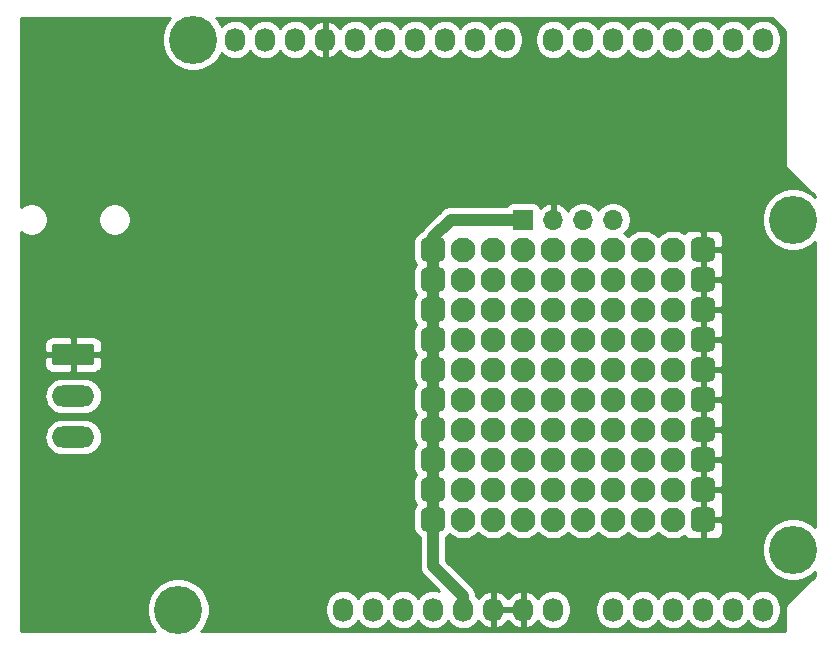
<source format=gbl>
%TF.GenerationSoftware,KiCad,Pcbnew,(5.1.10)-1*%
%TF.CreationDate,2021-11-05T01:01:10-05:00*%
%TF.ProjectId,KVLShield,4b564c53-6869-4656-9c64-2e6b69636164,1.0*%
%TF.SameCoordinates,Original*%
%TF.FileFunction,Copper,L2,Bot*%
%TF.FilePolarity,Positive*%
%FSLAX46Y46*%
G04 Gerber Fmt 4.6, Leading zero omitted, Abs format (unit mm)*
G04 Created by KiCad (PCBNEW (5.1.10)-1) date 2021-11-05 01:01:10*
%MOMM*%
%LPD*%
G01*
G04 APERTURE LIST*
%TA.AperFunction,ComponentPad*%
%ADD10C,2.100000*%
%TD*%
%TA.AperFunction,ComponentPad*%
%ADD11O,3.600000X1.800000*%
%TD*%
%TA.AperFunction,ComponentPad*%
%ADD12O,1.727200X2.032000*%
%TD*%
%TA.AperFunction,ComponentPad*%
%ADD13C,4.064000*%
%TD*%
%TA.AperFunction,ComponentPad*%
%ADD14R,1.700000X1.700000*%
%TD*%
%TA.AperFunction,ComponentPad*%
%ADD15O,1.700000X1.700000*%
%TD*%
%TA.AperFunction,ViaPad*%
%ADD16C,0.800000*%
%TD*%
%TA.AperFunction,ViaPad*%
%ADD17C,0.600000*%
%TD*%
%TA.AperFunction,Conductor*%
%ADD18C,1.000000*%
%TD*%
%TA.AperFunction,Conductor*%
%ADD19C,0.250000*%
%TD*%
%TA.AperFunction,Conductor*%
%ADD20C,0.254000*%
%TD*%
%TA.AperFunction,Conductor*%
%ADD21C,0.100000*%
%TD*%
G04 APERTURE END LIST*
D10*
%TO.P, ,1*%
%TO.N,N/C*%
X166878000Y-111125000D03*
%TD*%
%TO.P, ,1*%
%TO.N,N/C*%
X166878000Y-98425000D03*
%TD*%
%TO.P, ,1*%
%TO.N,N/C*%
X166878000Y-108585000D03*
%TD*%
%TO.P, ,1*%
%TO.N,N/C*%
X166878000Y-113665000D03*
%TD*%
%TO.P, ,1*%
%TO.N,N/C*%
X166878000Y-116205000D03*
%TD*%
%TO.P, ,1*%
%TO.N,N/C*%
X166878000Y-106045000D03*
%TD*%
%TO.P, ,1*%
%TO.N,N/C*%
X166878000Y-103505000D03*
%TD*%
%TO.P, ,1*%
%TO.N,N/C*%
X166878000Y-100965000D03*
%TD*%
%TO.P, ,1*%
%TO.N,N/C*%
X166878000Y-95885000D03*
%TD*%
%TO.P, ,1*%
%TO.N,N/C*%
X166878000Y-93345000D03*
%TD*%
%TO.P, ,1*%
%TO.N,N/C*%
X164338000Y-111125000D03*
%TD*%
%TO.P, ,1*%
%TO.N,N/C*%
X164338000Y-98425000D03*
%TD*%
%TO.P, ,1*%
%TO.N,N/C*%
X164338000Y-108585000D03*
%TD*%
%TO.P, ,1*%
%TO.N,N/C*%
X164338000Y-113665000D03*
%TD*%
%TO.P, ,1*%
%TO.N,N/C*%
X164338000Y-116205000D03*
%TD*%
%TO.P, ,1*%
%TO.N,N/C*%
X164338000Y-106045000D03*
%TD*%
%TO.P, ,1*%
%TO.N,N/C*%
X164338000Y-103505000D03*
%TD*%
%TO.P, ,1*%
%TO.N,N/C*%
X164338000Y-100965000D03*
%TD*%
%TO.P, ,1*%
%TO.N,N/C*%
X164338000Y-95885000D03*
%TD*%
%TO.P, ,1*%
%TO.N,N/C*%
X164338000Y-93345000D03*
%TD*%
%TO.P, ,1*%
%TO.N,N/C*%
X161798000Y-111125000D03*
%TD*%
%TO.P, ,1*%
%TO.N,N/C*%
X161798000Y-98425000D03*
%TD*%
%TO.P, ,1*%
%TO.N,N/C*%
X161798000Y-108585000D03*
%TD*%
%TO.P, ,1*%
%TO.N,N/C*%
X161798000Y-113665000D03*
%TD*%
%TO.P, ,1*%
%TO.N,N/C*%
X161798000Y-116205000D03*
%TD*%
%TO.P, ,1*%
%TO.N,N/C*%
X161798000Y-106045000D03*
%TD*%
%TO.P, ,1*%
%TO.N,N/C*%
X161798000Y-103505000D03*
%TD*%
%TO.P, ,1*%
%TO.N,N/C*%
X161798000Y-100965000D03*
%TD*%
%TO.P, ,1*%
%TO.N,N/C*%
X161798000Y-95885000D03*
%TD*%
%TO.P, ,1*%
%TO.N,N/C*%
X161798000Y-93345000D03*
%TD*%
%TO.P, ,1*%
%TO.N,N/C*%
X159258000Y-111125000D03*
%TD*%
%TO.P, ,1*%
%TO.N,N/C*%
X159258000Y-98425000D03*
%TD*%
%TO.P, ,1*%
%TO.N,N/C*%
X159258000Y-108585000D03*
%TD*%
%TO.P, ,1*%
%TO.N,N/C*%
X159258000Y-113665000D03*
%TD*%
%TO.P, ,1*%
%TO.N,N/C*%
X159258000Y-116205000D03*
%TD*%
%TO.P, ,1*%
%TO.N,N/C*%
X159258000Y-106045000D03*
%TD*%
%TO.P, ,1*%
%TO.N,N/C*%
X159258000Y-103505000D03*
%TD*%
%TO.P, ,1*%
%TO.N,N/C*%
X159258000Y-100965000D03*
%TD*%
%TO.P, ,1*%
%TO.N,N/C*%
X159258000Y-95885000D03*
%TD*%
%TO.P, ,1*%
%TO.N,N/C*%
X159258000Y-93345000D03*
%TD*%
%TO.P, ,1*%
%TO.N,N/C*%
X156718000Y-111125000D03*
%TD*%
%TO.P, ,1*%
%TO.N,N/C*%
X156718000Y-98425000D03*
%TD*%
%TO.P, ,1*%
%TO.N,N/C*%
X156718000Y-108585000D03*
%TD*%
%TO.P, ,1*%
%TO.N,N/C*%
X156718000Y-113665000D03*
%TD*%
%TO.P, ,1*%
%TO.N,N/C*%
X156718000Y-116205000D03*
%TD*%
%TO.P, ,1*%
%TO.N,N/C*%
X156718000Y-106045000D03*
%TD*%
%TO.P, ,1*%
%TO.N,N/C*%
X156718000Y-103505000D03*
%TD*%
%TO.P, ,1*%
%TO.N,N/C*%
X156718000Y-100965000D03*
%TD*%
%TO.P, ,1*%
%TO.N,N/C*%
X156718000Y-95885000D03*
%TD*%
%TO.P, ,1*%
%TO.N,N/C*%
X156718000Y-93345000D03*
%TD*%
%TO.P, ,1*%
%TO.N,N/C*%
X154178000Y-111125000D03*
%TD*%
%TO.P, ,1*%
%TO.N,N/C*%
X154178000Y-98425000D03*
%TD*%
%TO.P, ,1*%
%TO.N,N/C*%
X154178000Y-108585000D03*
%TD*%
%TO.P, ,1*%
%TO.N,N/C*%
X154178000Y-113665000D03*
%TD*%
%TO.P, ,1*%
%TO.N,N/C*%
X154178000Y-116205000D03*
%TD*%
%TO.P, ,1*%
%TO.N,N/C*%
X154178000Y-106045000D03*
%TD*%
%TO.P, ,1*%
%TO.N,N/C*%
X154178000Y-103505000D03*
%TD*%
%TO.P, ,1*%
%TO.N,N/C*%
X154178000Y-100965000D03*
%TD*%
%TO.P, ,1*%
%TO.N,N/C*%
X154178000Y-95885000D03*
%TD*%
%TO.P, ,1*%
%TO.N,N/C*%
X154178000Y-93345000D03*
%TD*%
%TO.P, ,1*%
%TO.N,N/C*%
X151638000Y-111125000D03*
%TD*%
%TO.P, ,1*%
%TO.N,N/C*%
X151638000Y-98425000D03*
%TD*%
%TO.P, ,1*%
%TO.N,N/C*%
X151638000Y-108585000D03*
%TD*%
%TO.P, ,1*%
%TO.N,N/C*%
X151638000Y-113665000D03*
%TD*%
%TO.P, ,1*%
%TO.N,N/C*%
X151638000Y-116205000D03*
%TD*%
%TO.P, ,1*%
%TO.N,N/C*%
X151638000Y-106045000D03*
%TD*%
%TO.P, ,1*%
%TO.N,N/C*%
X151638000Y-103505000D03*
%TD*%
%TO.P, ,1*%
%TO.N,N/C*%
X151638000Y-100965000D03*
%TD*%
%TO.P, ,1*%
%TO.N,N/C*%
X151638000Y-95885000D03*
%TD*%
%TO.P, ,1*%
%TO.N,N/C*%
X151638000Y-93345000D03*
%TD*%
%TO.P, ,1*%
%TO.N,N/C*%
X149098000Y-116205000D03*
%TD*%
%TO.P, ,1*%
%TO.N,N/C*%
X149098000Y-113665000D03*
%TD*%
%TO.P, ,1*%
%TO.N,N/C*%
X149098000Y-111125000D03*
%TD*%
%TO.P, ,1*%
%TO.N,N/C*%
X149098000Y-108585000D03*
%TD*%
%TO.P, ,1*%
%TO.N,N/C*%
X149098000Y-106045000D03*
%TD*%
%TO.P, ,1*%
%TO.N,N/C*%
X149098000Y-103505000D03*
%TD*%
%TO.P, ,1*%
%TO.N,N/C*%
X149098000Y-100965000D03*
%TD*%
%TO.P, ,1*%
%TO.N,N/C*%
X149098000Y-98425000D03*
%TD*%
%TO.P, ,1*%
%TO.N,N/C*%
X149098000Y-95885000D03*
%TD*%
%TO.P, ,1*%
%TO.N,GND*%
%TA.AperFunction,ComponentPad*%
G36*
G01*
X168368000Y-116730000D02*
X168368000Y-115680000D01*
G75*
G02*
X168893000Y-115155000I525000J0D01*
G01*
X169943000Y-115155000D01*
G75*
G02*
X170468000Y-115680000I0J-525000D01*
G01*
X170468000Y-116730000D01*
G75*
G02*
X169943000Y-117255000I-525000J0D01*
G01*
X168893000Y-117255000D01*
G75*
G02*
X168368000Y-116730000I0J525000D01*
G01*
G37*
%TD.AperFunction*%
%TD*%
%TO.P, ,1*%
%TO.N,GND*%
%TA.AperFunction,ComponentPad*%
G36*
G01*
X168368000Y-114190000D02*
X168368000Y-113140000D01*
G75*
G02*
X168893000Y-112615000I525000J0D01*
G01*
X169943000Y-112615000D01*
G75*
G02*
X170468000Y-113140000I0J-525000D01*
G01*
X170468000Y-114190000D01*
G75*
G02*
X169943000Y-114715000I-525000J0D01*
G01*
X168893000Y-114715000D01*
G75*
G02*
X168368000Y-114190000I0J525000D01*
G01*
G37*
%TD.AperFunction*%
%TD*%
%TO.P, ,1*%
%TO.N,GND*%
%TA.AperFunction,ComponentPad*%
G36*
G01*
X168368000Y-111650000D02*
X168368000Y-110600000D01*
G75*
G02*
X168893000Y-110075000I525000J0D01*
G01*
X169943000Y-110075000D01*
G75*
G02*
X170468000Y-110600000I0J-525000D01*
G01*
X170468000Y-111650000D01*
G75*
G02*
X169943000Y-112175000I-525000J0D01*
G01*
X168893000Y-112175000D01*
G75*
G02*
X168368000Y-111650000I0J525000D01*
G01*
G37*
%TD.AperFunction*%
%TD*%
%TO.P, ,1*%
%TO.N,GND*%
%TA.AperFunction,ComponentPad*%
G36*
G01*
X168368000Y-109110000D02*
X168368000Y-108060000D01*
G75*
G02*
X168893000Y-107535000I525000J0D01*
G01*
X169943000Y-107535000D01*
G75*
G02*
X170468000Y-108060000I0J-525000D01*
G01*
X170468000Y-109110000D01*
G75*
G02*
X169943000Y-109635000I-525000J0D01*
G01*
X168893000Y-109635000D01*
G75*
G02*
X168368000Y-109110000I0J525000D01*
G01*
G37*
%TD.AperFunction*%
%TD*%
%TO.P, ,1*%
%TO.N,GND*%
%TA.AperFunction,ComponentPad*%
G36*
G01*
X168368000Y-106570000D02*
X168368000Y-105520000D01*
G75*
G02*
X168893000Y-104995000I525000J0D01*
G01*
X169943000Y-104995000D01*
G75*
G02*
X170468000Y-105520000I0J-525000D01*
G01*
X170468000Y-106570000D01*
G75*
G02*
X169943000Y-107095000I-525000J0D01*
G01*
X168893000Y-107095000D01*
G75*
G02*
X168368000Y-106570000I0J525000D01*
G01*
G37*
%TD.AperFunction*%
%TD*%
%TO.P, ,1*%
%TO.N,GND*%
%TA.AperFunction,ComponentPad*%
G36*
G01*
X168368000Y-104030000D02*
X168368000Y-102980000D01*
G75*
G02*
X168893000Y-102455000I525000J0D01*
G01*
X169943000Y-102455000D01*
G75*
G02*
X170468000Y-102980000I0J-525000D01*
G01*
X170468000Y-104030000D01*
G75*
G02*
X169943000Y-104555000I-525000J0D01*
G01*
X168893000Y-104555000D01*
G75*
G02*
X168368000Y-104030000I0J525000D01*
G01*
G37*
%TD.AperFunction*%
%TD*%
%TO.P, ,1*%
%TO.N,GND*%
%TA.AperFunction,ComponentPad*%
G36*
G01*
X168368000Y-101490000D02*
X168368000Y-100440000D01*
G75*
G02*
X168893000Y-99915000I525000J0D01*
G01*
X169943000Y-99915000D01*
G75*
G02*
X170468000Y-100440000I0J-525000D01*
G01*
X170468000Y-101490000D01*
G75*
G02*
X169943000Y-102015000I-525000J0D01*
G01*
X168893000Y-102015000D01*
G75*
G02*
X168368000Y-101490000I0J525000D01*
G01*
G37*
%TD.AperFunction*%
%TD*%
%TO.P, ,1*%
%TO.N,GND*%
%TA.AperFunction,ComponentPad*%
G36*
G01*
X168368000Y-98950000D02*
X168368000Y-97900000D01*
G75*
G02*
X168893000Y-97375000I525000J0D01*
G01*
X169943000Y-97375000D01*
G75*
G02*
X170468000Y-97900000I0J-525000D01*
G01*
X170468000Y-98950000D01*
G75*
G02*
X169943000Y-99475000I-525000J0D01*
G01*
X168893000Y-99475000D01*
G75*
G02*
X168368000Y-98950000I0J525000D01*
G01*
G37*
%TD.AperFunction*%
%TD*%
%TO.P, ,1*%
%TO.N,GND*%
%TA.AperFunction,ComponentPad*%
G36*
G01*
X168368000Y-96410000D02*
X168368000Y-95360000D01*
G75*
G02*
X168893000Y-94835000I525000J0D01*
G01*
X169943000Y-94835000D01*
G75*
G02*
X170468000Y-95360000I0J-525000D01*
G01*
X170468000Y-96410000D01*
G75*
G02*
X169943000Y-96935000I-525000J0D01*
G01*
X168893000Y-96935000D01*
G75*
G02*
X168368000Y-96410000I0J525000D01*
G01*
G37*
%TD.AperFunction*%
%TD*%
%TO.P, ,1*%
%TO.N,+5V*%
%TA.AperFunction,ComponentPad*%
G36*
G01*
X145508000Y-116730000D02*
X145508000Y-115680000D01*
G75*
G02*
X146033000Y-115155000I525000J0D01*
G01*
X147083000Y-115155000D01*
G75*
G02*
X147608000Y-115680000I0J-525000D01*
G01*
X147608000Y-116730000D01*
G75*
G02*
X147083000Y-117255000I-525000J0D01*
G01*
X146033000Y-117255000D01*
G75*
G02*
X145508000Y-116730000I0J525000D01*
G01*
G37*
%TD.AperFunction*%
%TD*%
%TO.P, ,1*%
%TO.N,+5V*%
%TA.AperFunction,ComponentPad*%
G36*
G01*
X145508000Y-114190000D02*
X145508000Y-113140000D01*
G75*
G02*
X146033000Y-112615000I525000J0D01*
G01*
X147083000Y-112615000D01*
G75*
G02*
X147608000Y-113140000I0J-525000D01*
G01*
X147608000Y-114190000D01*
G75*
G02*
X147083000Y-114715000I-525000J0D01*
G01*
X146033000Y-114715000D01*
G75*
G02*
X145508000Y-114190000I0J525000D01*
G01*
G37*
%TD.AperFunction*%
%TD*%
%TO.P, ,1*%
%TO.N,+5V*%
%TA.AperFunction,ComponentPad*%
G36*
G01*
X145508000Y-111650000D02*
X145508000Y-110600000D01*
G75*
G02*
X146033000Y-110075000I525000J0D01*
G01*
X147083000Y-110075000D01*
G75*
G02*
X147608000Y-110600000I0J-525000D01*
G01*
X147608000Y-111650000D01*
G75*
G02*
X147083000Y-112175000I-525000J0D01*
G01*
X146033000Y-112175000D01*
G75*
G02*
X145508000Y-111650000I0J525000D01*
G01*
G37*
%TD.AperFunction*%
%TD*%
%TO.P, ,1*%
%TO.N,+5V*%
%TA.AperFunction,ComponentPad*%
G36*
G01*
X145508000Y-109110000D02*
X145508000Y-108060000D01*
G75*
G02*
X146033000Y-107535000I525000J0D01*
G01*
X147083000Y-107535000D01*
G75*
G02*
X147608000Y-108060000I0J-525000D01*
G01*
X147608000Y-109110000D01*
G75*
G02*
X147083000Y-109635000I-525000J0D01*
G01*
X146033000Y-109635000D01*
G75*
G02*
X145508000Y-109110000I0J525000D01*
G01*
G37*
%TD.AperFunction*%
%TD*%
%TO.P, ,1*%
%TO.N,+5V*%
%TA.AperFunction,ComponentPad*%
G36*
G01*
X145508000Y-106570000D02*
X145508000Y-105520000D01*
G75*
G02*
X146033000Y-104995000I525000J0D01*
G01*
X147083000Y-104995000D01*
G75*
G02*
X147608000Y-105520000I0J-525000D01*
G01*
X147608000Y-106570000D01*
G75*
G02*
X147083000Y-107095000I-525000J0D01*
G01*
X146033000Y-107095000D01*
G75*
G02*
X145508000Y-106570000I0J525000D01*
G01*
G37*
%TD.AperFunction*%
%TD*%
%TO.P, ,1*%
%TO.N,+5V*%
%TA.AperFunction,ComponentPad*%
G36*
G01*
X145508000Y-104030000D02*
X145508000Y-102980000D01*
G75*
G02*
X146033000Y-102455000I525000J0D01*
G01*
X147083000Y-102455000D01*
G75*
G02*
X147608000Y-102980000I0J-525000D01*
G01*
X147608000Y-104030000D01*
G75*
G02*
X147083000Y-104555000I-525000J0D01*
G01*
X146033000Y-104555000D01*
G75*
G02*
X145508000Y-104030000I0J525000D01*
G01*
G37*
%TD.AperFunction*%
%TD*%
%TO.P, ,1*%
%TO.N,+5V*%
%TA.AperFunction,ComponentPad*%
G36*
G01*
X145508000Y-101490000D02*
X145508000Y-100440000D01*
G75*
G02*
X146033000Y-99915000I525000J0D01*
G01*
X147083000Y-99915000D01*
G75*
G02*
X147608000Y-100440000I0J-525000D01*
G01*
X147608000Y-101490000D01*
G75*
G02*
X147083000Y-102015000I-525000J0D01*
G01*
X146033000Y-102015000D01*
G75*
G02*
X145508000Y-101490000I0J525000D01*
G01*
G37*
%TD.AperFunction*%
%TD*%
%TO.P, ,1*%
%TO.N,+5V*%
%TA.AperFunction,ComponentPad*%
G36*
G01*
X145508000Y-98950000D02*
X145508000Y-97900000D01*
G75*
G02*
X146033000Y-97375000I525000J0D01*
G01*
X147083000Y-97375000D01*
G75*
G02*
X147608000Y-97900000I0J-525000D01*
G01*
X147608000Y-98950000D01*
G75*
G02*
X147083000Y-99475000I-525000J0D01*
G01*
X146033000Y-99475000D01*
G75*
G02*
X145508000Y-98950000I0J525000D01*
G01*
G37*
%TD.AperFunction*%
%TD*%
%TO.P, ,1*%
%TO.N,+5V*%
%TA.AperFunction,ComponentPad*%
G36*
G01*
X145508000Y-96410000D02*
X145508000Y-95360000D01*
G75*
G02*
X146033000Y-94835000I525000J0D01*
G01*
X147083000Y-94835000D01*
G75*
G02*
X147608000Y-95360000I0J-525000D01*
G01*
X147608000Y-96410000D01*
G75*
G02*
X147083000Y-96935000I-525000J0D01*
G01*
X146033000Y-96935000D01*
G75*
G02*
X145508000Y-96410000I0J525000D01*
G01*
G37*
%TD.AperFunction*%
%TD*%
%TO.P, ,1*%
%TO.N,GND*%
%TA.AperFunction,ComponentPad*%
G36*
G01*
X168368000Y-93870000D02*
X168368000Y-92820000D01*
G75*
G02*
X168893000Y-92295000I525000J0D01*
G01*
X169943000Y-92295000D01*
G75*
G02*
X170468000Y-92820000I0J-525000D01*
G01*
X170468000Y-93870000D01*
G75*
G02*
X169943000Y-94395000I-525000J0D01*
G01*
X168893000Y-94395000D01*
G75*
G02*
X168368000Y-93870000I0J525000D01*
G01*
G37*
%TD.AperFunction*%
%TD*%
%TO.P, ,1*%
%TO.N,N/C*%
X149098000Y-93345000D03*
%TD*%
%TO.P, ,1*%
%TO.N,+5V*%
%TA.AperFunction,ComponentPad*%
G36*
G01*
X145508000Y-93870000D02*
X145508000Y-92820000D01*
G75*
G02*
X146033000Y-92295000I525000J0D01*
G01*
X147083000Y-92295000D01*
G75*
G02*
X147608000Y-92820000I0J-525000D01*
G01*
X147608000Y-93870000D01*
G75*
G02*
X147083000Y-94395000I-525000J0D01*
G01*
X146033000Y-94395000D01*
G75*
G02*
X145508000Y-93870000I0J525000D01*
G01*
G37*
%TD.AperFunction*%
%TD*%
D11*
%TO.P,J1,3*%
%TO.N,/KFD_SENSE*%
X116078000Y-109235000D03*
%TO.P,J1,2*%
%TO.N,/KFD_DATA*%
X116078000Y-105735000D03*
%TO.P,J1,1*%
%TO.N,GND*%
%TA.AperFunction,ComponentPad*%
G36*
G01*
X114528000Y-101335000D02*
X117628000Y-101335000D01*
G75*
G02*
X117878000Y-101585000I0J-250000D01*
G01*
X117878000Y-102885000D01*
G75*
G02*
X117628000Y-103135000I-250000J0D01*
G01*
X114528000Y-103135000D01*
G75*
G02*
X114278000Y-102885000I0J250000D01*
G01*
X114278000Y-101585000D01*
G75*
G02*
X114528000Y-101335000I250000J0D01*
G01*
G37*
%TD.AperFunction*%
%TD*%
D12*
%TO.P,P1,8*%
%TO.N,/Vin*%
X156718000Y-123825000D03*
%TO.P,P1,7*%
%TO.N,GND*%
X154178000Y-123825000D03*
%TO.P,P1,6*%
X151638000Y-123825000D03*
%TO.P,P1,5*%
%TO.N,+5V*%
X149098000Y-123825000D03*
%TO.P,P1,4*%
%TO.N,+3V3*%
X146558000Y-123825000D03*
%TO.P,P1,3*%
%TO.N,/Reset*%
X144018000Y-123825000D03*
%TO.P,P1,2*%
%TO.N,/IOREF*%
X141478000Y-123825000D03*
%TO.P,P1,1*%
%TO.N,Net-(P1-Pad1)*%
X138938000Y-123825000D03*
%TD*%
%TO.P,P2,6*%
%TO.N,/A5(SCL)*%
X174498000Y-123825000D03*
%TO.P,P2,5*%
%TO.N,/A4(SDA)*%
X171958000Y-123825000D03*
%TO.P,P2,4*%
%TO.N,/A3*%
X169418000Y-123825000D03*
%TO.P,P2,3*%
%TO.N,/A2*%
X166878000Y-123825000D03*
%TO.P,P2,2*%
%TO.N,/A1*%
X164338000Y-123825000D03*
%TO.P,P2,1*%
%TO.N,/A0*%
X161798000Y-123825000D03*
%TD*%
%TO.P,P3,10*%
%TO.N,/8*%
X152654000Y-75565000D03*
%TO.P,P3,9*%
%TO.N,/9(\u002A\u002A)*%
X150114000Y-75565000D03*
%TO.P,P3,8*%
%TO.N,/10(\u002A\u002A/SS)*%
X147574000Y-75565000D03*
%TO.P,P3,7*%
%TO.N,/11(\u002A\u002A/MOSI)*%
X145034000Y-75565000D03*
%TO.P,P3,6*%
%TO.N,/12(MISO)*%
X142494000Y-75565000D03*
%TO.P,P3,5*%
%TO.N,/13(SCK)*%
X139954000Y-75565000D03*
%TO.P,P3,4*%
%TO.N,GND*%
X137414000Y-75565000D03*
%TO.P,P3,3*%
%TO.N,/AREF*%
X134874000Y-75565000D03*
%TO.P,P3,2*%
%TO.N,Net-(P3-Pad2)*%
X132334000Y-75565000D03*
%TO.P,P3,1*%
%TO.N,Net-(P3-Pad1)*%
X129794000Y-75565000D03*
%TD*%
%TO.P,P4,8*%
%TO.N,/0(Rx)*%
X174498000Y-75565000D03*
%TO.P,P4,7*%
%TO.N,/1(Tx)*%
X171958000Y-75565000D03*
%TO.P,P4,6*%
%TO.N,/2*%
X169418000Y-75565000D03*
%TO.P,P4,5*%
%TO.N,/3(\u002A\u002A)*%
X166878000Y-75565000D03*
%TO.P,P4,4*%
%TO.N,/4*%
X164338000Y-75565000D03*
%TO.P,P4,3*%
%TO.N,/5(\u002A\u002A)*%
X161798000Y-75565000D03*
%TO.P,P4,2*%
%TO.N,/6(\u002A\u002A)*%
X159258000Y-75565000D03*
%TO.P,P4,1*%
%TO.N,/7*%
X156718000Y-75565000D03*
%TD*%
D13*
%TO.P,P5,1*%
%TO.N,Net-(P5-Pad1)*%
X124968000Y-123825000D03*
%TD*%
%TO.P,P6,1*%
%TO.N,Net-(P6-Pad1)*%
X177038000Y-118745000D03*
%TD*%
%TO.P,P7,1*%
%TO.N,Net-(P7-Pad1)*%
X126238000Y-75565000D03*
%TD*%
%TO.P,P8,1*%
%TO.N,Net-(P8-Pad1)*%
X177038000Y-90805000D03*
%TD*%
D14*
%TO.P,J2,1*%
%TO.N,+5V*%
X154178000Y-90805000D03*
D15*
%TO.P,J2,2*%
%TO.N,GND*%
X156718000Y-90805000D03*
%TO.P,J2,3*%
%TO.N,/A5(SCL)*%
X159258000Y-90805000D03*
%TO.P,J2,4*%
%TO.N,/A4(SDA)*%
X161798000Y-90805000D03*
%TD*%
D16*
%TO.N,GND*%
X126998000Y-88365000D03*
X126998000Y-90365000D03*
X126998000Y-92365000D03*
X137998000Y-82365000D03*
X137998000Y-85365000D03*
X137998000Y-89865000D03*
X137998000Y-93365000D03*
D17*
X175768000Y-114935000D03*
X178308000Y-114935000D03*
X175768000Y-94615000D03*
X178308000Y-94615000D03*
%TD*%
D18*
%TO.N,+5V*%
X149098000Y-123825000D02*
X149098000Y-122715000D01*
X146558000Y-120175000D02*
X146558000Y-116205000D01*
X149098000Y-122715000D02*
X146558000Y-120175000D01*
X146558000Y-116205000D02*
X146558000Y-113665000D01*
X146558000Y-113665000D02*
X146558000Y-111125000D01*
X146558000Y-111125000D02*
X146558000Y-108585000D01*
X146558000Y-108585000D02*
X146558000Y-106045000D01*
X146558000Y-106045000D02*
X146558000Y-103505000D01*
X146558000Y-103505000D02*
X146558000Y-100965000D01*
X146558000Y-100965000D02*
X146558000Y-98425000D01*
X146558000Y-98425000D02*
X146558000Y-95885000D01*
X146558000Y-95885000D02*
X146558000Y-93345000D01*
X154178000Y-90805000D02*
X148058000Y-90805000D01*
X146558000Y-92305000D02*
X146558000Y-93345000D01*
X148058000Y-90805000D02*
X146558000Y-92305000D01*
D19*
%TO.N,/KFD_DATA*%
X116388000Y-106045000D02*
X116078000Y-105735000D01*
%TO.N,/KFD_SENSE*%
X116728000Y-108585000D02*
X116078000Y-109235000D01*
%TD*%
D20*
%TO.N,GND*%
X124166406Y-73864887D02*
X123874536Y-74301702D01*
X123673492Y-74787065D01*
X123571000Y-75302323D01*
X123571000Y-75827677D01*
X123673492Y-76342935D01*
X123874536Y-76828298D01*
X124166406Y-77265113D01*
X124537887Y-77636594D01*
X124974702Y-77928464D01*
X125460065Y-78129508D01*
X125975323Y-78232000D01*
X126500677Y-78232000D01*
X127015935Y-78129508D01*
X127501298Y-77928464D01*
X127938113Y-77636594D01*
X128309594Y-77265113D01*
X128601464Y-76828298D01*
X128657001Y-76694219D01*
X128729203Y-76782197D01*
X128957395Y-76969469D01*
X129217737Y-77108625D01*
X129500224Y-77194316D01*
X129794000Y-77223251D01*
X130087777Y-77194316D01*
X130370264Y-77108625D01*
X130630606Y-76969469D01*
X130858797Y-76782197D01*
X131046069Y-76554006D01*
X131064000Y-76520459D01*
X131081931Y-76554006D01*
X131269203Y-76782197D01*
X131497395Y-76969469D01*
X131757737Y-77108625D01*
X132040224Y-77194316D01*
X132334000Y-77223251D01*
X132627777Y-77194316D01*
X132910264Y-77108625D01*
X133170606Y-76969469D01*
X133398797Y-76782197D01*
X133586069Y-76554006D01*
X133604000Y-76520459D01*
X133621931Y-76554006D01*
X133809203Y-76782197D01*
X134037395Y-76969469D01*
X134297737Y-77108625D01*
X134580224Y-77194316D01*
X134874000Y-77223251D01*
X135167777Y-77194316D01*
X135450264Y-77108625D01*
X135710606Y-76969469D01*
X135938797Y-76782197D01*
X136126069Y-76554006D01*
X136147424Y-76514053D01*
X136295514Y-76716729D01*
X136511965Y-76915733D01*
X136763081Y-77068686D01*
X137039211Y-77169709D01*
X137054974Y-77172358D01*
X137287000Y-77051217D01*
X137287000Y-75692000D01*
X137267000Y-75692000D01*
X137267000Y-75438000D01*
X137287000Y-75438000D01*
X137287000Y-74078783D01*
X137541000Y-74078783D01*
X137541000Y-75438000D01*
X137561000Y-75438000D01*
X137561000Y-75692000D01*
X137541000Y-75692000D01*
X137541000Y-77051217D01*
X137773026Y-77172358D01*
X137788789Y-77169709D01*
X138064919Y-77068686D01*
X138316035Y-76915733D01*
X138532486Y-76716729D01*
X138680576Y-76514053D01*
X138701931Y-76554006D01*
X138889203Y-76782197D01*
X139117395Y-76969469D01*
X139377737Y-77108625D01*
X139660224Y-77194316D01*
X139954000Y-77223251D01*
X140247777Y-77194316D01*
X140530264Y-77108625D01*
X140790606Y-76969469D01*
X141018797Y-76782197D01*
X141206069Y-76554006D01*
X141224000Y-76520459D01*
X141241931Y-76554006D01*
X141429203Y-76782197D01*
X141657395Y-76969469D01*
X141917737Y-77108625D01*
X142200224Y-77194316D01*
X142494000Y-77223251D01*
X142787777Y-77194316D01*
X143070264Y-77108625D01*
X143330606Y-76969469D01*
X143558797Y-76782197D01*
X143746069Y-76554006D01*
X143764000Y-76520459D01*
X143781931Y-76554006D01*
X143969203Y-76782197D01*
X144197395Y-76969469D01*
X144457737Y-77108625D01*
X144740224Y-77194316D01*
X145034000Y-77223251D01*
X145327777Y-77194316D01*
X145610264Y-77108625D01*
X145870606Y-76969469D01*
X146098797Y-76782197D01*
X146286069Y-76554006D01*
X146304000Y-76520459D01*
X146321931Y-76554006D01*
X146509203Y-76782197D01*
X146737395Y-76969469D01*
X146997737Y-77108625D01*
X147280224Y-77194316D01*
X147574000Y-77223251D01*
X147867777Y-77194316D01*
X148150264Y-77108625D01*
X148410606Y-76969469D01*
X148638797Y-76782197D01*
X148826069Y-76554006D01*
X148844000Y-76520459D01*
X148861931Y-76554006D01*
X149049203Y-76782197D01*
X149277395Y-76969469D01*
X149537737Y-77108625D01*
X149820224Y-77194316D01*
X150114000Y-77223251D01*
X150407777Y-77194316D01*
X150690264Y-77108625D01*
X150950606Y-76969469D01*
X151178797Y-76782197D01*
X151366069Y-76554006D01*
X151384000Y-76520459D01*
X151401931Y-76554006D01*
X151589203Y-76782197D01*
X151817395Y-76969469D01*
X152077737Y-77108625D01*
X152360224Y-77194316D01*
X152654000Y-77223251D01*
X152947777Y-77194316D01*
X153230264Y-77108625D01*
X153490606Y-76969469D01*
X153718797Y-76782197D01*
X153906069Y-76554006D01*
X154045225Y-76293663D01*
X154130916Y-76011176D01*
X154152600Y-75791018D01*
X154152600Y-75338982D01*
X155219400Y-75338982D01*
X155219400Y-75791019D01*
X155241084Y-76011177D01*
X155326775Y-76293664D01*
X155465931Y-76554006D01*
X155653203Y-76782197D01*
X155881395Y-76969469D01*
X156141737Y-77108625D01*
X156424224Y-77194316D01*
X156718000Y-77223251D01*
X157011777Y-77194316D01*
X157294264Y-77108625D01*
X157554606Y-76969469D01*
X157782797Y-76782197D01*
X157970069Y-76554006D01*
X157988000Y-76520459D01*
X158005931Y-76554006D01*
X158193203Y-76782197D01*
X158421395Y-76969469D01*
X158681737Y-77108625D01*
X158964224Y-77194316D01*
X159258000Y-77223251D01*
X159551777Y-77194316D01*
X159834264Y-77108625D01*
X160094606Y-76969469D01*
X160322797Y-76782197D01*
X160510069Y-76554006D01*
X160528000Y-76520459D01*
X160545931Y-76554006D01*
X160733203Y-76782197D01*
X160961395Y-76969469D01*
X161221737Y-77108625D01*
X161504224Y-77194316D01*
X161798000Y-77223251D01*
X162091777Y-77194316D01*
X162374264Y-77108625D01*
X162634606Y-76969469D01*
X162862797Y-76782197D01*
X163050069Y-76554006D01*
X163068000Y-76520459D01*
X163085931Y-76554006D01*
X163273203Y-76782197D01*
X163501395Y-76969469D01*
X163761737Y-77108625D01*
X164044224Y-77194316D01*
X164338000Y-77223251D01*
X164631777Y-77194316D01*
X164914264Y-77108625D01*
X165174606Y-76969469D01*
X165402797Y-76782197D01*
X165590069Y-76554006D01*
X165608000Y-76520459D01*
X165625931Y-76554006D01*
X165813203Y-76782197D01*
X166041395Y-76969469D01*
X166301737Y-77108625D01*
X166584224Y-77194316D01*
X166878000Y-77223251D01*
X167171777Y-77194316D01*
X167454264Y-77108625D01*
X167714606Y-76969469D01*
X167942797Y-76782197D01*
X168130069Y-76554006D01*
X168148000Y-76520459D01*
X168165931Y-76554006D01*
X168353203Y-76782197D01*
X168581395Y-76969469D01*
X168841737Y-77108625D01*
X169124224Y-77194316D01*
X169418000Y-77223251D01*
X169711777Y-77194316D01*
X169994264Y-77108625D01*
X170254606Y-76969469D01*
X170482797Y-76782197D01*
X170670069Y-76554006D01*
X170688000Y-76520459D01*
X170705931Y-76554006D01*
X170893203Y-76782197D01*
X171121395Y-76969469D01*
X171381737Y-77108625D01*
X171664224Y-77194316D01*
X171958000Y-77223251D01*
X172251777Y-77194316D01*
X172534264Y-77108625D01*
X172794606Y-76969469D01*
X173022797Y-76782197D01*
X173210069Y-76554006D01*
X173228000Y-76520459D01*
X173245931Y-76554006D01*
X173433203Y-76782197D01*
X173661395Y-76969469D01*
X173921737Y-77108625D01*
X174204224Y-77194316D01*
X174498000Y-77223251D01*
X174791777Y-77194316D01*
X175074264Y-77108625D01*
X175334606Y-76969469D01*
X175562797Y-76782197D01*
X175750069Y-76554006D01*
X175889225Y-76293663D01*
X175974916Y-76011176D01*
X175996600Y-75791018D01*
X175996600Y-75338981D01*
X175974916Y-75118823D01*
X175889225Y-74836336D01*
X175750069Y-74575994D01*
X175562797Y-74347803D01*
X175334605Y-74160531D01*
X175074263Y-74021375D01*
X174791776Y-73935684D01*
X174498000Y-73906749D01*
X174204223Y-73935684D01*
X173921736Y-74021375D01*
X173661394Y-74160531D01*
X173433203Y-74347803D01*
X173245931Y-74575995D01*
X173228000Y-74609541D01*
X173210069Y-74575994D01*
X173022797Y-74347803D01*
X172794605Y-74160531D01*
X172534263Y-74021375D01*
X172251776Y-73935684D01*
X171958000Y-73906749D01*
X171664223Y-73935684D01*
X171381736Y-74021375D01*
X171121394Y-74160531D01*
X170893203Y-74347803D01*
X170705931Y-74575995D01*
X170688000Y-74609541D01*
X170670069Y-74575994D01*
X170482797Y-74347803D01*
X170254605Y-74160531D01*
X169994263Y-74021375D01*
X169711776Y-73935684D01*
X169418000Y-73906749D01*
X169124223Y-73935684D01*
X168841736Y-74021375D01*
X168581394Y-74160531D01*
X168353203Y-74347803D01*
X168165931Y-74575995D01*
X168148000Y-74609541D01*
X168130069Y-74575994D01*
X167942797Y-74347803D01*
X167714605Y-74160531D01*
X167454263Y-74021375D01*
X167171776Y-73935684D01*
X166878000Y-73906749D01*
X166584223Y-73935684D01*
X166301736Y-74021375D01*
X166041394Y-74160531D01*
X165813203Y-74347803D01*
X165625931Y-74575995D01*
X165608000Y-74609541D01*
X165590069Y-74575994D01*
X165402797Y-74347803D01*
X165174605Y-74160531D01*
X164914263Y-74021375D01*
X164631776Y-73935684D01*
X164338000Y-73906749D01*
X164044223Y-73935684D01*
X163761736Y-74021375D01*
X163501394Y-74160531D01*
X163273203Y-74347803D01*
X163085931Y-74575995D01*
X163068000Y-74609541D01*
X163050069Y-74575994D01*
X162862797Y-74347803D01*
X162634605Y-74160531D01*
X162374263Y-74021375D01*
X162091776Y-73935684D01*
X161798000Y-73906749D01*
X161504223Y-73935684D01*
X161221736Y-74021375D01*
X160961394Y-74160531D01*
X160733203Y-74347803D01*
X160545931Y-74575995D01*
X160528000Y-74609541D01*
X160510069Y-74575994D01*
X160322797Y-74347803D01*
X160094605Y-74160531D01*
X159834263Y-74021375D01*
X159551776Y-73935684D01*
X159258000Y-73906749D01*
X158964223Y-73935684D01*
X158681736Y-74021375D01*
X158421394Y-74160531D01*
X158193203Y-74347803D01*
X158005931Y-74575995D01*
X157988000Y-74609541D01*
X157970069Y-74575994D01*
X157782797Y-74347803D01*
X157554605Y-74160531D01*
X157294263Y-74021375D01*
X157011776Y-73935684D01*
X156718000Y-73906749D01*
X156424223Y-73935684D01*
X156141736Y-74021375D01*
X155881394Y-74160531D01*
X155653203Y-74347803D01*
X155465931Y-74575995D01*
X155326775Y-74836337D01*
X155241084Y-75118824D01*
X155219400Y-75338982D01*
X154152600Y-75338982D01*
X154152600Y-75338981D01*
X154130916Y-75118823D01*
X154045225Y-74836336D01*
X153906069Y-74575994D01*
X153718797Y-74347803D01*
X153490605Y-74160531D01*
X153230263Y-74021375D01*
X152947776Y-73935684D01*
X152654000Y-73906749D01*
X152360223Y-73935684D01*
X152077736Y-74021375D01*
X151817394Y-74160531D01*
X151589203Y-74347803D01*
X151401931Y-74575995D01*
X151384000Y-74609541D01*
X151366069Y-74575994D01*
X151178797Y-74347803D01*
X150950605Y-74160531D01*
X150690263Y-74021375D01*
X150407776Y-73935684D01*
X150114000Y-73906749D01*
X149820223Y-73935684D01*
X149537736Y-74021375D01*
X149277394Y-74160531D01*
X149049203Y-74347803D01*
X148861931Y-74575995D01*
X148844000Y-74609541D01*
X148826069Y-74575994D01*
X148638797Y-74347803D01*
X148410605Y-74160531D01*
X148150263Y-74021375D01*
X147867776Y-73935684D01*
X147574000Y-73906749D01*
X147280223Y-73935684D01*
X146997736Y-74021375D01*
X146737394Y-74160531D01*
X146509203Y-74347803D01*
X146321931Y-74575995D01*
X146304000Y-74609541D01*
X146286069Y-74575994D01*
X146098797Y-74347803D01*
X145870605Y-74160531D01*
X145610263Y-74021375D01*
X145327776Y-73935684D01*
X145034000Y-73906749D01*
X144740223Y-73935684D01*
X144457736Y-74021375D01*
X144197394Y-74160531D01*
X143969203Y-74347803D01*
X143781931Y-74575995D01*
X143764000Y-74609541D01*
X143746069Y-74575994D01*
X143558797Y-74347803D01*
X143330605Y-74160531D01*
X143070263Y-74021375D01*
X142787776Y-73935684D01*
X142494000Y-73906749D01*
X142200223Y-73935684D01*
X141917736Y-74021375D01*
X141657394Y-74160531D01*
X141429203Y-74347803D01*
X141241931Y-74575995D01*
X141224000Y-74609541D01*
X141206069Y-74575994D01*
X141018797Y-74347803D01*
X140790605Y-74160531D01*
X140530263Y-74021375D01*
X140247776Y-73935684D01*
X139954000Y-73906749D01*
X139660223Y-73935684D01*
X139377736Y-74021375D01*
X139117394Y-74160531D01*
X138889203Y-74347803D01*
X138701931Y-74575995D01*
X138680576Y-74615947D01*
X138532486Y-74413271D01*
X138316035Y-74214267D01*
X138064919Y-74061314D01*
X137788789Y-73960291D01*
X137773026Y-73957642D01*
X137541000Y-74078783D01*
X137287000Y-74078783D01*
X137054974Y-73957642D01*
X137039211Y-73960291D01*
X136763081Y-74061314D01*
X136511965Y-74214267D01*
X136295514Y-74413271D01*
X136147424Y-74615947D01*
X136126069Y-74575994D01*
X135938797Y-74347803D01*
X135710605Y-74160531D01*
X135450263Y-74021375D01*
X135167776Y-73935684D01*
X134874000Y-73906749D01*
X134580223Y-73935684D01*
X134297736Y-74021375D01*
X134037394Y-74160531D01*
X133809203Y-74347803D01*
X133621931Y-74575995D01*
X133604000Y-74609541D01*
X133586069Y-74575994D01*
X133398797Y-74347803D01*
X133170605Y-74160531D01*
X132910263Y-74021375D01*
X132627776Y-73935684D01*
X132334000Y-73906749D01*
X132040223Y-73935684D01*
X131757736Y-74021375D01*
X131497394Y-74160531D01*
X131269203Y-74347803D01*
X131081931Y-74575995D01*
X131064000Y-74609541D01*
X131046069Y-74575994D01*
X130858797Y-74347803D01*
X130630605Y-74160531D01*
X130370263Y-74021375D01*
X130087776Y-73935684D01*
X129794000Y-73906749D01*
X129500223Y-73935684D01*
X129217736Y-74021375D01*
X128957394Y-74160531D01*
X128729203Y-74347803D01*
X128657001Y-74435781D01*
X128601464Y-74301702D01*
X128309594Y-73864887D01*
X128179707Y-73735000D01*
X175219909Y-73735000D01*
X176328001Y-74843093D01*
X176328000Y-85944125D01*
X176324565Y-85979000D01*
X176328000Y-86013875D01*
X176328000Y-86013876D01*
X176338273Y-86118183D01*
X176378872Y-86252019D01*
X176444800Y-86375362D01*
X176533525Y-86483474D01*
X176560617Y-86505708D01*
X178868001Y-88813093D01*
X178868001Y-88863294D01*
X178738113Y-88733406D01*
X178301298Y-88441536D01*
X177815935Y-88240492D01*
X177300677Y-88138000D01*
X176775323Y-88138000D01*
X176260065Y-88240492D01*
X175774702Y-88441536D01*
X175337887Y-88733406D01*
X174966406Y-89104887D01*
X174674536Y-89541702D01*
X174473492Y-90027065D01*
X174371000Y-90542323D01*
X174371000Y-91067677D01*
X174473492Y-91582935D01*
X174674536Y-92068298D01*
X174966406Y-92505113D01*
X175337887Y-92876594D01*
X175774702Y-93168464D01*
X176260065Y-93369508D01*
X176775323Y-93472000D01*
X177300677Y-93472000D01*
X177815935Y-93369508D01*
X178301298Y-93168464D01*
X178738113Y-92876594D01*
X178868001Y-92746706D01*
X178868000Y-116803293D01*
X178738113Y-116673406D01*
X178301298Y-116381536D01*
X177815935Y-116180492D01*
X177300677Y-116078000D01*
X176775323Y-116078000D01*
X176260065Y-116180492D01*
X175774702Y-116381536D01*
X175337887Y-116673406D01*
X174966406Y-117044887D01*
X174674536Y-117481702D01*
X174473492Y-117967065D01*
X174371000Y-118482323D01*
X174371000Y-119007677D01*
X174473492Y-119522935D01*
X174674536Y-120008298D01*
X174966406Y-120445113D01*
X175337887Y-120816594D01*
X175774702Y-121108464D01*
X176260065Y-121309508D01*
X176775323Y-121412000D01*
X177300677Y-121412000D01*
X177815935Y-121309508D01*
X178301298Y-121108464D01*
X178738113Y-120816594D01*
X178868000Y-120686707D01*
X178868000Y-120990908D01*
X176560617Y-123298292D01*
X176533526Y-123320525D01*
X176511293Y-123347616D01*
X176444801Y-123428637D01*
X176378872Y-123551981D01*
X176338274Y-123685816D01*
X176324565Y-123825000D01*
X176328001Y-123859885D01*
X176328000Y-125655000D01*
X126909707Y-125655000D01*
X127039594Y-125525113D01*
X127331464Y-125088298D01*
X127532508Y-124602935D01*
X127635000Y-124087677D01*
X127635000Y-123598982D01*
X137439400Y-123598982D01*
X137439400Y-124051019D01*
X137461084Y-124271177D01*
X137546775Y-124553664D01*
X137685931Y-124814006D01*
X137873203Y-125042197D01*
X138101395Y-125229469D01*
X138361737Y-125368625D01*
X138644224Y-125454316D01*
X138938000Y-125483251D01*
X139231777Y-125454316D01*
X139514264Y-125368625D01*
X139774606Y-125229469D01*
X140002797Y-125042197D01*
X140190069Y-124814006D01*
X140208000Y-124780459D01*
X140225931Y-124814006D01*
X140413203Y-125042197D01*
X140641395Y-125229469D01*
X140901737Y-125368625D01*
X141184224Y-125454316D01*
X141478000Y-125483251D01*
X141771777Y-125454316D01*
X142054264Y-125368625D01*
X142314606Y-125229469D01*
X142542797Y-125042197D01*
X142730069Y-124814006D01*
X142748000Y-124780459D01*
X142765931Y-124814006D01*
X142953203Y-125042197D01*
X143181395Y-125229469D01*
X143441737Y-125368625D01*
X143724224Y-125454316D01*
X144018000Y-125483251D01*
X144311777Y-125454316D01*
X144594264Y-125368625D01*
X144854606Y-125229469D01*
X145082797Y-125042197D01*
X145270069Y-124814006D01*
X145288000Y-124780459D01*
X145305931Y-124814006D01*
X145493203Y-125042197D01*
X145721395Y-125229469D01*
X145981737Y-125368625D01*
X146264224Y-125454316D01*
X146558000Y-125483251D01*
X146851777Y-125454316D01*
X147134264Y-125368625D01*
X147394606Y-125229469D01*
X147622797Y-125042197D01*
X147810069Y-124814006D01*
X147828000Y-124780459D01*
X147845931Y-124814006D01*
X148033203Y-125042197D01*
X148261395Y-125229469D01*
X148521737Y-125368625D01*
X148804224Y-125454316D01*
X149098000Y-125483251D01*
X149391777Y-125454316D01*
X149674264Y-125368625D01*
X149934606Y-125229469D01*
X150162797Y-125042197D01*
X150350069Y-124814006D01*
X150371424Y-124774053D01*
X150519514Y-124976729D01*
X150735965Y-125175733D01*
X150987081Y-125328686D01*
X151263211Y-125429709D01*
X151278974Y-125432358D01*
X151511000Y-125311217D01*
X151511000Y-123952000D01*
X151765000Y-123952000D01*
X151765000Y-125311217D01*
X151997026Y-125432358D01*
X152012789Y-125429709D01*
X152288919Y-125328686D01*
X152540035Y-125175733D01*
X152756486Y-124976729D01*
X152908000Y-124769367D01*
X153059514Y-124976729D01*
X153275965Y-125175733D01*
X153527081Y-125328686D01*
X153803211Y-125429709D01*
X153818974Y-125432358D01*
X154051000Y-125311217D01*
X154051000Y-123952000D01*
X151765000Y-123952000D01*
X151511000Y-123952000D01*
X151491000Y-123952000D01*
X151491000Y-123698000D01*
X151511000Y-123698000D01*
X151511000Y-122338783D01*
X151765000Y-122338783D01*
X151765000Y-123698000D01*
X154051000Y-123698000D01*
X154051000Y-122338783D01*
X154305000Y-122338783D01*
X154305000Y-123698000D01*
X154325000Y-123698000D01*
X154325000Y-123952000D01*
X154305000Y-123952000D01*
X154305000Y-125311217D01*
X154537026Y-125432358D01*
X154552789Y-125429709D01*
X154828919Y-125328686D01*
X155080035Y-125175733D01*
X155296486Y-124976729D01*
X155444576Y-124774053D01*
X155465931Y-124814006D01*
X155653203Y-125042197D01*
X155881395Y-125229469D01*
X156141737Y-125368625D01*
X156424224Y-125454316D01*
X156718000Y-125483251D01*
X157011777Y-125454316D01*
X157294264Y-125368625D01*
X157554606Y-125229469D01*
X157782797Y-125042197D01*
X157970069Y-124814006D01*
X158109225Y-124553663D01*
X158194916Y-124271176D01*
X158216600Y-124051018D01*
X158216600Y-123598982D01*
X160299400Y-123598982D01*
X160299400Y-124051019D01*
X160321084Y-124271177D01*
X160406775Y-124553664D01*
X160545931Y-124814006D01*
X160733203Y-125042197D01*
X160961395Y-125229469D01*
X161221737Y-125368625D01*
X161504224Y-125454316D01*
X161798000Y-125483251D01*
X162091777Y-125454316D01*
X162374264Y-125368625D01*
X162634606Y-125229469D01*
X162862797Y-125042197D01*
X163050069Y-124814006D01*
X163068000Y-124780459D01*
X163085931Y-124814006D01*
X163273203Y-125042197D01*
X163501395Y-125229469D01*
X163761737Y-125368625D01*
X164044224Y-125454316D01*
X164338000Y-125483251D01*
X164631777Y-125454316D01*
X164914264Y-125368625D01*
X165174606Y-125229469D01*
X165402797Y-125042197D01*
X165590069Y-124814006D01*
X165608000Y-124780459D01*
X165625931Y-124814006D01*
X165813203Y-125042197D01*
X166041395Y-125229469D01*
X166301737Y-125368625D01*
X166584224Y-125454316D01*
X166878000Y-125483251D01*
X167171777Y-125454316D01*
X167454264Y-125368625D01*
X167714606Y-125229469D01*
X167942797Y-125042197D01*
X168130069Y-124814006D01*
X168148000Y-124780459D01*
X168165931Y-124814006D01*
X168353203Y-125042197D01*
X168581395Y-125229469D01*
X168841737Y-125368625D01*
X169124224Y-125454316D01*
X169418000Y-125483251D01*
X169711777Y-125454316D01*
X169994264Y-125368625D01*
X170254606Y-125229469D01*
X170482797Y-125042197D01*
X170670069Y-124814006D01*
X170688000Y-124780459D01*
X170705931Y-124814006D01*
X170893203Y-125042197D01*
X171121395Y-125229469D01*
X171381737Y-125368625D01*
X171664224Y-125454316D01*
X171958000Y-125483251D01*
X172251777Y-125454316D01*
X172534264Y-125368625D01*
X172794606Y-125229469D01*
X173022797Y-125042197D01*
X173210069Y-124814006D01*
X173228000Y-124780459D01*
X173245931Y-124814006D01*
X173433203Y-125042197D01*
X173661395Y-125229469D01*
X173921737Y-125368625D01*
X174204224Y-125454316D01*
X174498000Y-125483251D01*
X174791777Y-125454316D01*
X175074264Y-125368625D01*
X175334606Y-125229469D01*
X175562797Y-125042197D01*
X175750069Y-124814006D01*
X175889225Y-124553663D01*
X175974916Y-124271176D01*
X175996600Y-124051018D01*
X175996600Y-123598981D01*
X175974916Y-123378823D01*
X175889225Y-123096336D01*
X175750069Y-122835994D01*
X175562797Y-122607803D01*
X175334605Y-122420531D01*
X175074263Y-122281375D01*
X174791776Y-122195684D01*
X174498000Y-122166749D01*
X174204223Y-122195684D01*
X173921736Y-122281375D01*
X173661394Y-122420531D01*
X173433203Y-122607803D01*
X173245931Y-122835995D01*
X173228000Y-122869541D01*
X173210069Y-122835994D01*
X173022797Y-122607803D01*
X172794605Y-122420531D01*
X172534263Y-122281375D01*
X172251776Y-122195684D01*
X171958000Y-122166749D01*
X171664223Y-122195684D01*
X171381736Y-122281375D01*
X171121394Y-122420531D01*
X170893203Y-122607803D01*
X170705931Y-122835995D01*
X170688000Y-122869541D01*
X170670069Y-122835994D01*
X170482797Y-122607803D01*
X170254605Y-122420531D01*
X169994263Y-122281375D01*
X169711776Y-122195684D01*
X169418000Y-122166749D01*
X169124223Y-122195684D01*
X168841736Y-122281375D01*
X168581394Y-122420531D01*
X168353203Y-122607803D01*
X168165931Y-122835995D01*
X168148000Y-122869541D01*
X168130069Y-122835994D01*
X167942797Y-122607803D01*
X167714605Y-122420531D01*
X167454263Y-122281375D01*
X167171776Y-122195684D01*
X166878000Y-122166749D01*
X166584223Y-122195684D01*
X166301736Y-122281375D01*
X166041394Y-122420531D01*
X165813203Y-122607803D01*
X165625931Y-122835995D01*
X165608000Y-122869541D01*
X165590069Y-122835994D01*
X165402797Y-122607803D01*
X165174605Y-122420531D01*
X164914263Y-122281375D01*
X164631776Y-122195684D01*
X164338000Y-122166749D01*
X164044223Y-122195684D01*
X163761736Y-122281375D01*
X163501394Y-122420531D01*
X163273203Y-122607803D01*
X163085931Y-122835995D01*
X163068000Y-122869541D01*
X163050069Y-122835994D01*
X162862797Y-122607803D01*
X162634605Y-122420531D01*
X162374263Y-122281375D01*
X162091776Y-122195684D01*
X161798000Y-122166749D01*
X161504223Y-122195684D01*
X161221736Y-122281375D01*
X160961394Y-122420531D01*
X160733203Y-122607803D01*
X160545931Y-122835995D01*
X160406775Y-123096337D01*
X160321084Y-123378824D01*
X160299400Y-123598982D01*
X158216600Y-123598982D01*
X158216600Y-123598981D01*
X158194916Y-123378823D01*
X158109225Y-123096336D01*
X157970069Y-122835994D01*
X157782797Y-122607803D01*
X157554605Y-122420531D01*
X157294263Y-122281375D01*
X157011776Y-122195684D01*
X156718000Y-122166749D01*
X156424223Y-122195684D01*
X156141736Y-122281375D01*
X155881394Y-122420531D01*
X155653203Y-122607803D01*
X155465931Y-122835995D01*
X155444576Y-122875947D01*
X155296486Y-122673271D01*
X155080035Y-122474267D01*
X154828919Y-122321314D01*
X154552789Y-122220291D01*
X154537026Y-122217642D01*
X154305000Y-122338783D01*
X154051000Y-122338783D01*
X153818974Y-122217642D01*
X153803211Y-122220291D01*
X153527081Y-122321314D01*
X153275965Y-122474267D01*
X153059514Y-122673271D01*
X152908000Y-122880633D01*
X152756486Y-122673271D01*
X152540035Y-122474267D01*
X152288919Y-122321314D01*
X152012789Y-122220291D01*
X151997026Y-122217642D01*
X151765000Y-122338783D01*
X151511000Y-122338783D01*
X151278974Y-122217642D01*
X151263211Y-122220291D01*
X150987081Y-122321314D01*
X150735965Y-122474267D01*
X150519514Y-122673271D01*
X150371424Y-122875947D01*
X150350069Y-122835994D01*
X150236815Y-122697994D01*
X150233000Y-122659257D01*
X150233000Y-122659248D01*
X150216577Y-122492501D01*
X150151676Y-122278553D01*
X150046284Y-122081377D01*
X149904449Y-121908551D01*
X149861141Y-121873009D01*
X147693000Y-119704869D01*
X147693000Y-117716391D01*
X147729168Y-117697059D01*
X147905416Y-117552416D01*
X147976207Y-117466157D01*
X148023875Y-117513825D01*
X148299853Y-117698228D01*
X148606504Y-117825246D01*
X148932042Y-117890000D01*
X149263958Y-117890000D01*
X149589496Y-117825246D01*
X149896147Y-117698228D01*
X150172125Y-117513825D01*
X150368000Y-117317950D01*
X150563875Y-117513825D01*
X150839853Y-117698228D01*
X151146504Y-117825246D01*
X151472042Y-117890000D01*
X151803958Y-117890000D01*
X152129496Y-117825246D01*
X152436147Y-117698228D01*
X152712125Y-117513825D01*
X152908000Y-117317950D01*
X153103875Y-117513825D01*
X153379853Y-117698228D01*
X153686504Y-117825246D01*
X154012042Y-117890000D01*
X154343958Y-117890000D01*
X154669496Y-117825246D01*
X154976147Y-117698228D01*
X155252125Y-117513825D01*
X155448000Y-117317950D01*
X155643875Y-117513825D01*
X155919853Y-117698228D01*
X156226504Y-117825246D01*
X156552042Y-117890000D01*
X156883958Y-117890000D01*
X157209496Y-117825246D01*
X157516147Y-117698228D01*
X157792125Y-117513825D01*
X157988000Y-117317950D01*
X158183875Y-117513825D01*
X158459853Y-117698228D01*
X158766504Y-117825246D01*
X159092042Y-117890000D01*
X159423958Y-117890000D01*
X159749496Y-117825246D01*
X160056147Y-117698228D01*
X160332125Y-117513825D01*
X160528000Y-117317950D01*
X160723875Y-117513825D01*
X160999853Y-117698228D01*
X161306504Y-117825246D01*
X161632042Y-117890000D01*
X161963958Y-117890000D01*
X162289496Y-117825246D01*
X162596147Y-117698228D01*
X162872125Y-117513825D01*
X163068000Y-117317950D01*
X163263875Y-117513825D01*
X163539853Y-117698228D01*
X163846504Y-117825246D01*
X164172042Y-117890000D01*
X164503958Y-117890000D01*
X164829496Y-117825246D01*
X165136147Y-117698228D01*
X165412125Y-117513825D01*
X165608000Y-117317950D01*
X165803875Y-117513825D01*
X166079853Y-117698228D01*
X166386504Y-117825246D01*
X166712042Y-117890000D01*
X167043958Y-117890000D01*
X167369496Y-117825246D01*
X167676147Y-117698228D01*
X167829958Y-117595454D01*
X167837463Y-117609494D01*
X167916815Y-117706185D01*
X168013506Y-117785537D01*
X168123820Y-117844502D01*
X168243518Y-117880812D01*
X168368000Y-117893072D01*
X169132250Y-117890000D01*
X169291000Y-117731250D01*
X169291000Y-116332000D01*
X169545000Y-116332000D01*
X169545000Y-117731250D01*
X169703750Y-117890000D01*
X170468000Y-117893072D01*
X170592482Y-117880812D01*
X170712180Y-117844502D01*
X170822494Y-117785537D01*
X170919185Y-117706185D01*
X170998537Y-117609494D01*
X171057502Y-117499180D01*
X171093812Y-117379482D01*
X171106072Y-117255000D01*
X171103000Y-116490750D01*
X170944250Y-116332000D01*
X169545000Y-116332000D01*
X169291000Y-116332000D01*
X169271000Y-116332000D01*
X169271000Y-116078000D01*
X169291000Y-116078000D01*
X169291000Y-113792000D01*
X169545000Y-113792000D01*
X169545000Y-116078000D01*
X170944250Y-116078000D01*
X171103000Y-115919250D01*
X171106072Y-115155000D01*
X171093812Y-115030518D01*
X171064837Y-114935000D01*
X171093812Y-114839482D01*
X171106072Y-114715000D01*
X171103000Y-113950750D01*
X170944250Y-113792000D01*
X169545000Y-113792000D01*
X169291000Y-113792000D01*
X169271000Y-113792000D01*
X169271000Y-113538000D01*
X169291000Y-113538000D01*
X169291000Y-111252000D01*
X169545000Y-111252000D01*
X169545000Y-113538000D01*
X170944250Y-113538000D01*
X171103000Y-113379250D01*
X171106072Y-112615000D01*
X171093812Y-112490518D01*
X171064837Y-112395000D01*
X171093812Y-112299482D01*
X171106072Y-112175000D01*
X171103000Y-111410750D01*
X170944250Y-111252000D01*
X169545000Y-111252000D01*
X169291000Y-111252000D01*
X169271000Y-111252000D01*
X169271000Y-110998000D01*
X169291000Y-110998000D01*
X169291000Y-108712000D01*
X169545000Y-108712000D01*
X169545000Y-110998000D01*
X170944250Y-110998000D01*
X171103000Y-110839250D01*
X171106072Y-110075000D01*
X171093812Y-109950518D01*
X171064837Y-109855000D01*
X171093812Y-109759482D01*
X171106072Y-109635000D01*
X171103000Y-108870750D01*
X170944250Y-108712000D01*
X169545000Y-108712000D01*
X169291000Y-108712000D01*
X169271000Y-108712000D01*
X169271000Y-108458000D01*
X169291000Y-108458000D01*
X169291000Y-106172000D01*
X169545000Y-106172000D01*
X169545000Y-108458000D01*
X170944250Y-108458000D01*
X171103000Y-108299250D01*
X171106072Y-107535000D01*
X171093812Y-107410518D01*
X171064837Y-107315000D01*
X171093812Y-107219482D01*
X171106072Y-107095000D01*
X171103000Y-106330750D01*
X170944250Y-106172000D01*
X169545000Y-106172000D01*
X169291000Y-106172000D01*
X169271000Y-106172000D01*
X169271000Y-105918000D01*
X169291000Y-105918000D01*
X169291000Y-103632000D01*
X169545000Y-103632000D01*
X169545000Y-105918000D01*
X170944250Y-105918000D01*
X171103000Y-105759250D01*
X171106072Y-104995000D01*
X171093812Y-104870518D01*
X171064837Y-104775000D01*
X171093812Y-104679482D01*
X171106072Y-104555000D01*
X171103000Y-103790750D01*
X170944250Y-103632000D01*
X169545000Y-103632000D01*
X169291000Y-103632000D01*
X169271000Y-103632000D01*
X169271000Y-103378000D01*
X169291000Y-103378000D01*
X169291000Y-101092000D01*
X169545000Y-101092000D01*
X169545000Y-103378000D01*
X170944250Y-103378000D01*
X171103000Y-103219250D01*
X171106072Y-102455000D01*
X171093812Y-102330518D01*
X171064837Y-102235000D01*
X171093812Y-102139482D01*
X171106072Y-102015000D01*
X171103000Y-101250750D01*
X170944250Y-101092000D01*
X169545000Y-101092000D01*
X169291000Y-101092000D01*
X169271000Y-101092000D01*
X169271000Y-100838000D01*
X169291000Y-100838000D01*
X169291000Y-98552000D01*
X169545000Y-98552000D01*
X169545000Y-100838000D01*
X170944250Y-100838000D01*
X171103000Y-100679250D01*
X171106072Y-99915000D01*
X171093812Y-99790518D01*
X171064837Y-99695000D01*
X171093812Y-99599482D01*
X171106072Y-99475000D01*
X171103000Y-98710750D01*
X170944250Y-98552000D01*
X169545000Y-98552000D01*
X169291000Y-98552000D01*
X169271000Y-98552000D01*
X169271000Y-98298000D01*
X169291000Y-98298000D01*
X169291000Y-96012000D01*
X169545000Y-96012000D01*
X169545000Y-98298000D01*
X170944250Y-98298000D01*
X171103000Y-98139250D01*
X171106072Y-97375000D01*
X171093812Y-97250518D01*
X171064837Y-97155000D01*
X171093812Y-97059482D01*
X171106072Y-96935000D01*
X171103000Y-96170750D01*
X170944250Y-96012000D01*
X169545000Y-96012000D01*
X169291000Y-96012000D01*
X169271000Y-96012000D01*
X169271000Y-95758000D01*
X169291000Y-95758000D01*
X169291000Y-93472000D01*
X169545000Y-93472000D01*
X169545000Y-95758000D01*
X170944250Y-95758000D01*
X171103000Y-95599250D01*
X171106072Y-94835000D01*
X171093812Y-94710518D01*
X171064837Y-94615000D01*
X171093812Y-94519482D01*
X171106072Y-94395000D01*
X171103000Y-93630750D01*
X170944250Y-93472000D01*
X169545000Y-93472000D01*
X169291000Y-93472000D01*
X169271000Y-93472000D01*
X169271000Y-93218000D01*
X169291000Y-93218000D01*
X169291000Y-91818750D01*
X169545000Y-91818750D01*
X169545000Y-93218000D01*
X170944250Y-93218000D01*
X171103000Y-93059250D01*
X171106072Y-92295000D01*
X171093812Y-92170518D01*
X171057502Y-92050820D01*
X170998537Y-91940506D01*
X170919185Y-91843815D01*
X170822494Y-91764463D01*
X170712180Y-91705498D01*
X170592482Y-91669188D01*
X170468000Y-91656928D01*
X169703750Y-91660000D01*
X169545000Y-91818750D01*
X169291000Y-91818750D01*
X169132250Y-91660000D01*
X168368000Y-91656928D01*
X168243518Y-91669188D01*
X168123820Y-91705498D01*
X168013506Y-91764463D01*
X167916815Y-91843815D01*
X167837463Y-91940506D01*
X167829958Y-91954546D01*
X167676147Y-91851772D01*
X167369496Y-91724754D01*
X167043958Y-91660000D01*
X166712042Y-91660000D01*
X166386504Y-91724754D01*
X166079853Y-91851772D01*
X165803875Y-92036175D01*
X165608000Y-92232050D01*
X165412125Y-92036175D01*
X165136147Y-91851772D01*
X164829496Y-91724754D01*
X164503958Y-91660000D01*
X164172042Y-91660000D01*
X163846504Y-91724754D01*
X163539853Y-91851772D01*
X163263875Y-92036175D01*
X163068000Y-92232050D01*
X162872125Y-92036175D01*
X162749121Y-91953986D01*
X162951475Y-91751632D01*
X163113990Y-91508411D01*
X163225932Y-91238158D01*
X163283000Y-90951260D01*
X163283000Y-90658740D01*
X163225932Y-90371842D01*
X163113990Y-90101589D01*
X162951475Y-89858368D01*
X162744632Y-89651525D01*
X162501411Y-89489010D01*
X162231158Y-89377068D01*
X161944260Y-89320000D01*
X161651740Y-89320000D01*
X161364842Y-89377068D01*
X161094589Y-89489010D01*
X160851368Y-89651525D01*
X160644525Y-89858368D01*
X160528000Y-90032760D01*
X160411475Y-89858368D01*
X160204632Y-89651525D01*
X159961411Y-89489010D01*
X159691158Y-89377068D01*
X159404260Y-89320000D01*
X159111740Y-89320000D01*
X158824842Y-89377068D01*
X158554589Y-89489010D01*
X158311368Y-89651525D01*
X158104525Y-89858368D01*
X157982805Y-90040534D01*
X157913178Y-89923645D01*
X157718269Y-89707412D01*
X157484920Y-89533359D01*
X157222099Y-89408175D01*
X157074890Y-89363524D01*
X156845000Y-89484845D01*
X156845000Y-90678000D01*
X156865000Y-90678000D01*
X156865000Y-90932000D01*
X156845000Y-90932000D01*
X156845000Y-90952000D01*
X156591000Y-90952000D01*
X156591000Y-90932000D01*
X156571000Y-90932000D01*
X156571000Y-90678000D01*
X156591000Y-90678000D01*
X156591000Y-89484845D01*
X156361110Y-89363524D01*
X156213901Y-89408175D01*
X155951080Y-89533359D01*
X155717731Y-89707412D01*
X155641966Y-89791466D01*
X155617502Y-89710820D01*
X155558537Y-89600506D01*
X155479185Y-89503815D01*
X155382494Y-89424463D01*
X155272180Y-89365498D01*
X155152482Y-89329188D01*
X155028000Y-89316928D01*
X153328000Y-89316928D01*
X153203518Y-89329188D01*
X153083820Y-89365498D01*
X152973506Y-89424463D01*
X152876815Y-89503815D01*
X152797463Y-89600506D01*
X152760317Y-89670000D01*
X148113741Y-89670000D01*
X148057999Y-89664510D01*
X148002257Y-89670000D01*
X148002248Y-89670000D01*
X147835501Y-89686423D01*
X147621553Y-89751324D01*
X147424377Y-89856716D01*
X147251551Y-89998551D01*
X147216008Y-90041860D01*
X145794865Y-91463004D01*
X145751551Y-91498551D01*
X145609716Y-91671377D01*
X145563000Y-91758778D01*
X145386832Y-91852941D01*
X145210584Y-91997584D01*
X145065941Y-92173832D01*
X144958462Y-92374912D01*
X144892276Y-92593096D01*
X144869928Y-92820000D01*
X144869928Y-93870000D01*
X144892276Y-94096904D01*
X144958462Y-94315088D01*
X145065941Y-94516168D01*
X145147050Y-94615000D01*
X145065941Y-94713832D01*
X144958462Y-94914912D01*
X144892276Y-95133096D01*
X144869928Y-95360000D01*
X144869928Y-96410000D01*
X144892276Y-96636904D01*
X144958462Y-96855088D01*
X145065941Y-97056168D01*
X145147050Y-97155000D01*
X145065941Y-97253832D01*
X144958462Y-97454912D01*
X144892276Y-97673096D01*
X144869928Y-97900000D01*
X144869928Y-98950000D01*
X144892276Y-99176904D01*
X144958462Y-99395088D01*
X145065941Y-99596168D01*
X145147050Y-99695000D01*
X145065941Y-99793832D01*
X144958462Y-99994912D01*
X144892276Y-100213096D01*
X144869928Y-100440000D01*
X144869928Y-101490000D01*
X144892276Y-101716904D01*
X144958462Y-101935088D01*
X145065941Y-102136168D01*
X145147050Y-102235000D01*
X145065941Y-102333832D01*
X144958462Y-102534912D01*
X144892276Y-102753096D01*
X144869928Y-102980000D01*
X144869928Y-104030000D01*
X144892276Y-104256904D01*
X144958462Y-104475088D01*
X145065941Y-104676168D01*
X145147050Y-104775000D01*
X145065941Y-104873832D01*
X144958462Y-105074912D01*
X144892276Y-105293096D01*
X144869928Y-105520000D01*
X144869928Y-106570000D01*
X144892276Y-106796904D01*
X144958462Y-107015088D01*
X145065941Y-107216168D01*
X145147050Y-107315000D01*
X145065941Y-107413832D01*
X144958462Y-107614912D01*
X144892276Y-107833096D01*
X144869928Y-108060000D01*
X144869928Y-109110000D01*
X144892276Y-109336904D01*
X144958462Y-109555088D01*
X145065941Y-109756168D01*
X145147050Y-109855000D01*
X145065941Y-109953832D01*
X144958462Y-110154912D01*
X144892276Y-110373096D01*
X144869928Y-110600000D01*
X144869928Y-111650000D01*
X144892276Y-111876904D01*
X144958462Y-112095088D01*
X145065941Y-112296168D01*
X145147050Y-112395000D01*
X145065941Y-112493832D01*
X144958462Y-112694912D01*
X144892276Y-112913096D01*
X144869928Y-113140000D01*
X144869928Y-114190000D01*
X144892276Y-114416904D01*
X144958462Y-114635088D01*
X145065941Y-114836168D01*
X145147050Y-114935000D01*
X145065941Y-115033832D01*
X144958462Y-115234912D01*
X144892276Y-115453096D01*
X144869928Y-115680000D01*
X144869928Y-116730000D01*
X144892276Y-116956904D01*
X144958462Y-117175088D01*
X145065941Y-117376168D01*
X145210584Y-117552416D01*
X145386832Y-117697059D01*
X145423001Y-117716391D01*
X145423000Y-120119248D01*
X145417509Y-120175000D01*
X145423000Y-120230751D01*
X145439423Y-120397498D01*
X145504324Y-120611446D01*
X145609716Y-120808623D01*
X145751551Y-120981449D01*
X145794865Y-121016996D01*
X147026578Y-122248709D01*
X146851776Y-122195684D01*
X146558000Y-122166749D01*
X146264223Y-122195684D01*
X145981736Y-122281375D01*
X145721394Y-122420531D01*
X145493203Y-122607803D01*
X145305931Y-122835995D01*
X145288000Y-122869541D01*
X145270069Y-122835994D01*
X145082797Y-122607803D01*
X144854605Y-122420531D01*
X144594263Y-122281375D01*
X144311776Y-122195684D01*
X144018000Y-122166749D01*
X143724223Y-122195684D01*
X143441736Y-122281375D01*
X143181394Y-122420531D01*
X142953203Y-122607803D01*
X142765931Y-122835995D01*
X142748000Y-122869541D01*
X142730069Y-122835994D01*
X142542797Y-122607803D01*
X142314605Y-122420531D01*
X142054263Y-122281375D01*
X141771776Y-122195684D01*
X141478000Y-122166749D01*
X141184223Y-122195684D01*
X140901736Y-122281375D01*
X140641394Y-122420531D01*
X140413203Y-122607803D01*
X140225931Y-122835995D01*
X140208000Y-122869541D01*
X140190069Y-122835994D01*
X140002797Y-122607803D01*
X139774605Y-122420531D01*
X139514263Y-122281375D01*
X139231776Y-122195684D01*
X138938000Y-122166749D01*
X138644223Y-122195684D01*
X138361736Y-122281375D01*
X138101394Y-122420531D01*
X137873203Y-122607803D01*
X137685931Y-122835995D01*
X137546775Y-123096337D01*
X137461084Y-123378824D01*
X137439400Y-123598982D01*
X127635000Y-123598982D01*
X127635000Y-123562323D01*
X127532508Y-123047065D01*
X127331464Y-122561702D01*
X127039594Y-122124887D01*
X126668113Y-121753406D01*
X126231298Y-121461536D01*
X125745935Y-121260492D01*
X125230677Y-121158000D01*
X124705323Y-121158000D01*
X124190065Y-121260492D01*
X123704702Y-121461536D01*
X123267887Y-121753406D01*
X122896406Y-122124887D01*
X122604536Y-122561702D01*
X122403492Y-123047065D01*
X122301000Y-123562323D01*
X122301000Y-124087677D01*
X122403492Y-124602935D01*
X122604536Y-125088298D01*
X122896406Y-125525113D01*
X123026293Y-125655000D01*
X111708000Y-125655000D01*
X111708000Y-109235000D01*
X113635573Y-109235000D01*
X113665210Y-109535913D01*
X113752983Y-109825261D01*
X113895519Y-110091927D01*
X114087339Y-110325661D01*
X114321073Y-110517481D01*
X114587739Y-110660017D01*
X114877087Y-110747790D01*
X115102592Y-110770000D01*
X117053408Y-110770000D01*
X117278913Y-110747790D01*
X117568261Y-110660017D01*
X117834927Y-110517481D01*
X118068661Y-110325661D01*
X118260481Y-110091927D01*
X118403017Y-109825261D01*
X118490790Y-109535913D01*
X118520427Y-109235000D01*
X118490790Y-108934087D01*
X118403017Y-108644739D01*
X118260481Y-108378073D01*
X118068661Y-108144339D01*
X117834927Y-107952519D01*
X117568261Y-107809983D01*
X117278913Y-107722210D01*
X117053408Y-107700000D01*
X115102592Y-107700000D01*
X114877087Y-107722210D01*
X114587739Y-107809983D01*
X114321073Y-107952519D01*
X114087339Y-108144339D01*
X113895519Y-108378073D01*
X113752983Y-108644739D01*
X113665210Y-108934087D01*
X113635573Y-109235000D01*
X111708000Y-109235000D01*
X111708000Y-105735000D01*
X113635573Y-105735000D01*
X113665210Y-106035913D01*
X113752983Y-106325261D01*
X113895519Y-106591927D01*
X114087339Y-106825661D01*
X114321073Y-107017481D01*
X114587739Y-107160017D01*
X114877087Y-107247790D01*
X115102592Y-107270000D01*
X117053408Y-107270000D01*
X117278913Y-107247790D01*
X117568261Y-107160017D01*
X117834927Y-107017481D01*
X118068661Y-106825661D01*
X118260481Y-106591927D01*
X118403017Y-106325261D01*
X118490790Y-106035913D01*
X118520427Y-105735000D01*
X118490790Y-105434087D01*
X118403017Y-105144739D01*
X118260481Y-104878073D01*
X118068661Y-104644339D01*
X117834927Y-104452519D01*
X117568261Y-104309983D01*
X117278913Y-104222210D01*
X117053408Y-104200000D01*
X115102592Y-104200000D01*
X114877087Y-104222210D01*
X114587739Y-104309983D01*
X114321073Y-104452519D01*
X114087339Y-104644339D01*
X113895519Y-104878073D01*
X113752983Y-105144739D01*
X113665210Y-105434087D01*
X113635573Y-105735000D01*
X111708000Y-105735000D01*
X111708000Y-103135000D01*
X113639928Y-103135000D01*
X113652188Y-103259482D01*
X113688498Y-103379180D01*
X113747463Y-103489494D01*
X113826815Y-103586185D01*
X113923506Y-103665537D01*
X114033820Y-103724502D01*
X114153518Y-103760812D01*
X114278000Y-103773072D01*
X115792250Y-103770000D01*
X115951000Y-103611250D01*
X115951000Y-102362000D01*
X116205000Y-102362000D01*
X116205000Y-103611250D01*
X116363750Y-103770000D01*
X117878000Y-103773072D01*
X118002482Y-103760812D01*
X118122180Y-103724502D01*
X118232494Y-103665537D01*
X118329185Y-103586185D01*
X118408537Y-103489494D01*
X118467502Y-103379180D01*
X118503812Y-103259482D01*
X118516072Y-103135000D01*
X118513000Y-102520750D01*
X118354250Y-102362000D01*
X116205000Y-102362000D01*
X115951000Y-102362000D01*
X113801750Y-102362000D01*
X113643000Y-102520750D01*
X113639928Y-103135000D01*
X111708000Y-103135000D01*
X111708000Y-101335000D01*
X113639928Y-101335000D01*
X113643000Y-101949250D01*
X113801750Y-102108000D01*
X115951000Y-102108000D01*
X115951000Y-100858750D01*
X116205000Y-100858750D01*
X116205000Y-102108000D01*
X118354250Y-102108000D01*
X118513000Y-101949250D01*
X118516072Y-101335000D01*
X118503812Y-101210518D01*
X118467502Y-101090820D01*
X118408537Y-100980506D01*
X118329185Y-100883815D01*
X118232494Y-100804463D01*
X118122180Y-100745498D01*
X118002482Y-100709188D01*
X117878000Y-100696928D01*
X116363750Y-100700000D01*
X116205000Y-100858750D01*
X115951000Y-100858750D01*
X115792250Y-100700000D01*
X114278000Y-100696928D01*
X114153518Y-100709188D01*
X114033820Y-100745498D01*
X113923506Y-100804463D01*
X113826815Y-100883815D01*
X113747463Y-100980506D01*
X113688498Y-101090820D01*
X113652188Y-101210518D01*
X113639928Y-101335000D01*
X111708000Y-101335000D01*
X111708000Y-91892750D01*
X111916957Y-92032371D01*
X112169011Y-92136775D01*
X112436589Y-92190000D01*
X112709411Y-92190000D01*
X112976989Y-92136775D01*
X113229043Y-92032371D01*
X113455886Y-91880799D01*
X113648799Y-91687886D01*
X113800371Y-91461043D01*
X113904775Y-91208989D01*
X113958000Y-90941411D01*
X113958000Y-90668589D01*
X118188000Y-90668589D01*
X118188000Y-90941411D01*
X118241225Y-91208989D01*
X118345629Y-91461043D01*
X118497201Y-91687886D01*
X118690114Y-91880799D01*
X118916957Y-92032371D01*
X119169011Y-92136775D01*
X119436589Y-92190000D01*
X119709411Y-92190000D01*
X119976989Y-92136775D01*
X120229043Y-92032371D01*
X120455886Y-91880799D01*
X120648799Y-91687886D01*
X120800371Y-91461043D01*
X120904775Y-91208989D01*
X120958000Y-90941411D01*
X120958000Y-90668589D01*
X120904775Y-90401011D01*
X120800371Y-90148957D01*
X120648799Y-89922114D01*
X120455886Y-89729201D01*
X120229043Y-89577629D01*
X119976989Y-89473225D01*
X119709411Y-89420000D01*
X119436589Y-89420000D01*
X119169011Y-89473225D01*
X118916957Y-89577629D01*
X118690114Y-89729201D01*
X118497201Y-89922114D01*
X118345629Y-90148957D01*
X118241225Y-90401011D01*
X118188000Y-90668589D01*
X113958000Y-90668589D01*
X113904775Y-90401011D01*
X113800371Y-90148957D01*
X113648799Y-89922114D01*
X113455886Y-89729201D01*
X113229043Y-89577629D01*
X112976989Y-89473225D01*
X112709411Y-89420000D01*
X112436589Y-89420000D01*
X112169011Y-89473225D01*
X111916957Y-89577629D01*
X111708000Y-89717250D01*
X111708000Y-73735000D01*
X124296293Y-73735000D01*
X124166406Y-73864887D01*
%TA.AperFunction,Conductor*%
D21*
G36*
X124166406Y-73864887D02*
G01*
X123874536Y-74301702D01*
X123673492Y-74787065D01*
X123571000Y-75302323D01*
X123571000Y-75827677D01*
X123673492Y-76342935D01*
X123874536Y-76828298D01*
X124166406Y-77265113D01*
X124537887Y-77636594D01*
X124974702Y-77928464D01*
X125460065Y-78129508D01*
X125975323Y-78232000D01*
X126500677Y-78232000D01*
X127015935Y-78129508D01*
X127501298Y-77928464D01*
X127938113Y-77636594D01*
X128309594Y-77265113D01*
X128601464Y-76828298D01*
X128657001Y-76694219D01*
X128729203Y-76782197D01*
X128957395Y-76969469D01*
X129217737Y-77108625D01*
X129500224Y-77194316D01*
X129794000Y-77223251D01*
X130087777Y-77194316D01*
X130370264Y-77108625D01*
X130630606Y-76969469D01*
X130858797Y-76782197D01*
X131046069Y-76554006D01*
X131064000Y-76520459D01*
X131081931Y-76554006D01*
X131269203Y-76782197D01*
X131497395Y-76969469D01*
X131757737Y-77108625D01*
X132040224Y-77194316D01*
X132334000Y-77223251D01*
X132627777Y-77194316D01*
X132910264Y-77108625D01*
X133170606Y-76969469D01*
X133398797Y-76782197D01*
X133586069Y-76554006D01*
X133604000Y-76520459D01*
X133621931Y-76554006D01*
X133809203Y-76782197D01*
X134037395Y-76969469D01*
X134297737Y-77108625D01*
X134580224Y-77194316D01*
X134874000Y-77223251D01*
X135167777Y-77194316D01*
X135450264Y-77108625D01*
X135710606Y-76969469D01*
X135938797Y-76782197D01*
X136126069Y-76554006D01*
X136147424Y-76514053D01*
X136295514Y-76716729D01*
X136511965Y-76915733D01*
X136763081Y-77068686D01*
X137039211Y-77169709D01*
X137054974Y-77172358D01*
X137287000Y-77051217D01*
X137287000Y-75692000D01*
X137267000Y-75692000D01*
X137267000Y-75438000D01*
X137287000Y-75438000D01*
X137287000Y-74078783D01*
X137541000Y-74078783D01*
X137541000Y-75438000D01*
X137561000Y-75438000D01*
X137561000Y-75692000D01*
X137541000Y-75692000D01*
X137541000Y-77051217D01*
X137773026Y-77172358D01*
X137788789Y-77169709D01*
X138064919Y-77068686D01*
X138316035Y-76915733D01*
X138532486Y-76716729D01*
X138680576Y-76514053D01*
X138701931Y-76554006D01*
X138889203Y-76782197D01*
X139117395Y-76969469D01*
X139377737Y-77108625D01*
X139660224Y-77194316D01*
X139954000Y-77223251D01*
X140247777Y-77194316D01*
X140530264Y-77108625D01*
X140790606Y-76969469D01*
X141018797Y-76782197D01*
X141206069Y-76554006D01*
X141224000Y-76520459D01*
X141241931Y-76554006D01*
X141429203Y-76782197D01*
X141657395Y-76969469D01*
X141917737Y-77108625D01*
X142200224Y-77194316D01*
X142494000Y-77223251D01*
X142787777Y-77194316D01*
X143070264Y-77108625D01*
X143330606Y-76969469D01*
X143558797Y-76782197D01*
X143746069Y-76554006D01*
X143764000Y-76520459D01*
X143781931Y-76554006D01*
X143969203Y-76782197D01*
X144197395Y-76969469D01*
X144457737Y-77108625D01*
X144740224Y-77194316D01*
X145034000Y-77223251D01*
X145327777Y-77194316D01*
X145610264Y-77108625D01*
X145870606Y-76969469D01*
X146098797Y-76782197D01*
X146286069Y-76554006D01*
X146304000Y-76520459D01*
X146321931Y-76554006D01*
X146509203Y-76782197D01*
X146737395Y-76969469D01*
X146997737Y-77108625D01*
X147280224Y-77194316D01*
X147574000Y-77223251D01*
X147867777Y-77194316D01*
X148150264Y-77108625D01*
X148410606Y-76969469D01*
X148638797Y-76782197D01*
X148826069Y-76554006D01*
X148844000Y-76520459D01*
X148861931Y-76554006D01*
X149049203Y-76782197D01*
X149277395Y-76969469D01*
X149537737Y-77108625D01*
X149820224Y-77194316D01*
X150114000Y-77223251D01*
X150407777Y-77194316D01*
X150690264Y-77108625D01*
X150950606Y-76969469D01*
X151178797Y-76782197D01*
X151366069Y-76554006D01*
X151384000Y-76520459D01*
X151401931Y-76554006D01*
X151589203Y-76782197D01*
X151817395Y-76969469D01*
X152077737Y-77108625D01*
X152360224Y-77194316D01*
X152654000Y-77223251D01*
X152947777Y-77194316D01*
X153230264Y-77108625D01*
X153490606Y-76969469D01*
X153718797Y-76782197D01*
X153906069Y-76554006D01*
X154045225Y-76293663D01*
X154130916Y-76011176D01*
X154152600Y-75791018D01*
X154152600Y-75338982D01*
X155219400Y-75338982D01*
X155219400Y-75791019D01*
X155241084Y-76011177D01*
X155326775Y-76293664D01*
X155465931Y-76554006D01*
X155653203Y-76782197D01*
X155881395Y-76969469D01*
X156141737Y-77108625D01*
X156424224Y-77194316D01*
X156718000Y-77223251D01*
X157011777Y-77194316D01*
X157294264Y-77108625D01*
X157554606Y-76969469D01*
X157782797Y-76782197D01*
X157970069Y-76554006D01*
X157988000Y-76520459D01*
X158005931Y-76554006D01*
X158193203Y-76782197D01*
X158421395Y-76969469D01*
X158681737Y-77108625D01*
X158964224Y-77194316D01*
X159258000Y-77223251D01*
X159551777Y-77194316D01*
X159834264Y-77108625D01*
X160094606Y-76969469D01*
X160322797Y-76782197D01*
X160510069Y-76554006D01*
X160528000Y-76520459D01*
X160545931Y-76554006D01*
X160733203Y-76782197D01*
X160961395Y-76969469D01*
X161221737Y-77108625D01*
X161504224Y-77194316D01*
X161798000Y-77223251D01*
X162091777Y-77194316D01*
X162374264Y-77108625D01*
X162634606Y-76969469D01*
X162862797Y-76782197D01*
X163050069Y-76554006D01*
X163068000Y-76520459D01*
X163085931Y-76554006D01*
X163273203Y-76782197D01*
X163501395Y-76969469D01*
X163761737Y-77108625D01*
X164044224Y-77194316D01*
X164338000Y-77223251D01*
X164631777Y-77194316D01*
X164914264Y-77108625D01*
X165174606Y-76969469D01*
X165402797Y-76782197D01*
X165590069Y-76554006D01*
X165608000Y-76520459D01*
X165625931Y-76554006D01*
X165813203Y-76782197D01*
X166041395Y-76969469D01*
X166301737Y-77108625D01*
X166584224Y-77194316D01*
X166878000Y-77223251D01*
X167171777Y-77194316D01*
X167454264Y-77108625D01*
X167714606Y-76969469D01*
X167942797Y-76782197D01*
X168130069Y-76554006D01*
X168148000Y-76520459D01*
X168165931Y-76554006D01*
X168353203Y-76782197D01*
X168581395Y-76969469D01*
X168841737Y-77108625D01*
X169124224Y-77194316D01*
X169418000Y-77223251D01*
X169711777Y-77194316D01*
X169994264Y-77108625D01*
X170254606Y-76969469D01*
X170482797Y-76782197D01*
X170670069Y-76554006D01*
X170688000Y-76520459D01*
X170705931Y-76554006D01*
X170893203Y-76782197D01*
X171121395Y-76969469D01*
X171381737Y-77108625D01*
X171664224Y-77194316D01*
X171958000Y-77223251D01*
X172251777Y-77194316D01*
X172534264Y-77108625D01*
X172794606Y-76969469D01*
X173022797Y-76782197D01*
X173210069Y-76554006D01*
X173228000Y-76520459D01*
X173245931Y-76554006D01*
X173433203Y-76782197D01*
X173661395Y-76969469D01*
X173921737Y-77108625D01*
X174204224Y-77194316D01*
X174498000Y-77223251D01*
X174791777Y-77194316D01*
X175074264Y-77108625D01*
X175334606Y-76969469D01*
X175562797Y-76782197D01*
X175750069Y-76554006D01*
X175889225Y-76293663D01*
X175974916Y-76011176D01*
X175996600Y-75791018D01*
X175996600Y-75338981D01*
X175974916Y-75118823D01*
X175889225Y-74836336D01*
X175750069Y-74575994D01*
X175562797Y-74347803D01*
X175334605Y-74160531D01*
X175074263Y-74021375D01*
X174791776Y-73935684D01*
X174498000Y-73906749D01*
X174204223Y-73935684D01*
X173921736Y-74021375D01*
X173661394Y-74160531D01*
X173433203Y-74347803D01*
X173245931Y-74575995D01*
X173228000Y-74609541D01*
X173210069Y-74575994D01*
X173022797Y-74347803D01*
X172794605Y-74160531D01*
X172534263Y-74021375D01*
X172251776Y-73935684D01*
X171958000Y-73906749D01*
X171664223Y-73935684D01*
X171381736Y-74021375D01*
X171121394Y-74160531D01*
X170893203Y-74347803D01*
X170705931Y-74575995D01*
X170688000Y-74609541D01*
X170670069Y-74575994D01*
X170482797Y-74347803D01*
X170254605Y-74160531D01*
X169994263Y-74021375D01*
X169711776Y-73935684D01*
X169418000Y-73906749D01*
X169124223Y-73935684D01*
X168841736Y-74021375D01*
X168581394Y-74160531D01*
X168353203Y-74347803D01*
X168165931Y-74575995D01*
X168148000Y-74609541D01*
X168130069Y-74575994D01*
X167942797Y-74347803D01*
X167714605Y-74160531D01*
X167454263Y-74021375D01*
X167171776Y-73935684D01*
X166878000Y-73906749D01*
X166584223Y-73935684D01*
X166301736Y-74021375D01*
X166041394Y-74160531D01*
X165813203Y-74347803D01*
X165625931Y-74575995D01*
X165608000Y-74609541D01*
X165590069Y-74575994D01*
X165402797Y-74347803D01*
X165174605Y-74160531D01*
X164914263Y-74021375D01*
X164631776Y-73935684D01*
X164338000Y-73906749D01*
X164044223Y-73935684D01*
X163761736Y-74021375D01*
X163501394Y-74160531D01*
X163273203Y-74347803D01*
X163085931Y-74575995D01*
X163068000Y-74609541D01*
X163050069Y-74575994D01*
X162862797Y-74347803D01*
X162634605Y-74160531D01*
X162374263Y-74021375D01*
X162091776Y-73935684D01*
X161798000Y-73906749D01*
X161504223Y-73935684D01*
X161221736Y-74021375D01*
X160961394Y-74160531D01*
X160733203Y-74347803D01*
X160545931Y-74575995D01*
X160528000Y-74609541D01*
X160510069Y-74575994D01*
X160322797Y-74347803D01*
X160094605Y-74160531D01*
X159834263Y-74021375D01*
X159551776Y-73935684D01*
X159258000Y-73906749D01*
X158964223Y-73935684D01*
X158681736Y-74021375D01*
X158421394Y-74160531D01*
X158193203Y-74347803D01*
X158005931Y-74575995D01*
X157988000Y-74609541D01*
X157970069Y-74575994D01*
X157782797Y-74347803D01*
X157554605Y-74160531D01*
X157294263Y-74021375D01*
X157011776Y-73935684D01*
X156718000Y-73906749D01*
X156424223Y-73935684D01*
X156141736Y-74021375D01*
X155881394Y-74160531D01*
X155653203Y-74347803D01*
X155465931Y-74575995D01*
X155326775Y-74836337D01*
X155241084Y-75118824D01*
X155219400Y-75338982D01*
X154152600Y-75338982D01*
X154152600Y-75338981D01*
X154130916Y-75118823D01*
X154045225Y-74836336D01*
X153906069Y-74575994D01*
X153718797Y-74347803D01*
X153490605Y-74160531D01*
X153230263Y-74021375D01*
X152947776Y-73935684D01*
X152654000Y-73906749D01*
X152360223Y-73935684D01*
X152077736Y-74021375D01*
X151817394Y-74160531D01*
X151589203Y-74347803D01*
X151401931Y-74575995D01*
X151384000Y-74609541D01*
X151366069Y-74575994D01*
X151178797Y-74347803D01*
X150950605Y-74160531D01*
X150690263Y-74021375D01*
X150407776Y-73935684D01*
X150114000Y-73906749D01*
X149820223Y-73935684D01*
X149537736Y-74021375D01*
X149277394Y-74160531D01*
X149049203Y-74347803D01*
X148861931Y-74575995D01*
X148844000Y-74609541D01*
X148826069Y-74575994D01*
X148638797Y-74347803D01*
X148410605Y-74160531D01*
X148150263Y-74021375D01*
X147867776Y-73935684D01*
X147574000Y-73906749D01*
X147280223Y-73935684D01*
X146997736Y-74021375D01*
X146737394Y-74160531D01*
X146509203Y-74347803D01*
X146321931Y-74575995D01*
X146304000Y-74609541D01*
X146286069Y-74575994D01*
X146098797Y-74347803D01*
X145870605Y-74160531D01*
X145610263Y-74021375D01*
X145327776Y-73935684D01*
X145034000Y-73906749D01*
X144740223Y-73935684D01*
X144457736Y-74021375D01*
X144197394Y-74160531D01*
X143969203Y-74347803D01*
X143781931Y-74575995D01*
X143764000Y-74609541D01*
X143746069Y-74575994D01*
X143558797Y-74347803D01*
X143330605Y-74160531D01*
X143070263Y-74021375D01*
X142787776Y-73935684D01*
X142494000Y-73906749D01*
X142200223Y-73935684D01*
X141917736Y-74021375D01*
X141657394Y-74160531D01*
X141429203Y-74347803D01*
X141241931Y-74575995D01*
X141224000Y-74609541D01*
X141206069Y-74575994D01*
X141018797Y-74347803D01*
X140790605Y-74160531D01*
X140530263Y-74021375D01*
X140247776Y-73935684D01*
X139954000Y-73906749D01*
X139660223Y-73935684D01*
X139377736Y-74021375D01*
X139117394Y-74160531D01*
X138889203Y-74347803D01*
X138701931Y-74575995D01*
X138680576Y-74615947D01*
X138532486Y-74413271D01*
X138316035Y-74214267D01*
X138064919Y-74061314D01*
X137788789Y-73960291D01*
X137773026Y-73957642D01*
X137541000Y-74078783D01*
X137287000Y-74078783D01*
X137054974Y-73957642D01*
X137039211Y-73960291D01*
X136763081Y-74061314D01*
X136511965Y-74214267D01*
X136295514Y-74413271D01*
X136147424Y-74615947D01*
X136126069Y-74575994D01*
X135938797Y-74347803D01*
X135710605Y-74160531D01*
X135450263Y-74021375D01*
X135167776Y-73935684D01*
X134874000Y-73906749D01*
X134580223Y-73935684D01*
X134297736Y-74021375D01*
X134037394Y-74160531D01*
X133809203Y-74347803D01*
X133621931Y-74575995D01*
X133604000Y-74609541D01*
X133586069Y-74575994D01*
X133398797Y-74347803D01*
X133170605Y-74160531D01*
X132910263Y-74021375D01*
X132627776Y-73935684D01*
X132334000Y-73906749D01*
X132040223Y-73935684D01*
X131757736Y-74021375D01*
X131497394Y-74160531D01*
X131269203Y-74347803D01*
X131081931Y-74575995D01*
X131064000Y-74609541D01*
X131046069Y-74575994D01*
X130858797Y-74347803D01*
X130630605Y-74160531D01*
X130370263Y-74021375D01*
X130087776Y-73935684D01*
X129794000Y-73906749D01*
X129500223Y-73935684D01*
X129217736Y-74021375D01*
X128957394Y-74160531D01*
X128729203Y-74347803D01*
X128657001Y-74435781D01*
X128601464Y-74301702D01*
X128309594Y-73864887D01*
X128179707Y-73735000D01*
X175219909Y-73735000D01*
X176328001Y-74843093D01*
X176328000Y-85944125D01*
X176324565Y-85979000D01*
X176328000Y-86013875D01*
X176328000Y-86013876D01*
X176338273Y-86118183D01*
X176378872Y-86252019D01*
X176444800Y-86375362D01*
X176533525Y-86483474D01*
X176560617Y-86505708D01*
X178868001Y-88813093D01*
X178868001Y-88863294D01*
X178738113Y-88733406D01*
X178301298Y-88441536D01*
X177815935Y-88240492D01*
X177300677Y-88138000D01*
X176775323Y-88138000D01*
X176260065Y-88240492D01*
X175774702Y-88441536D01*
X175337887Y-88733406D01*
X174966406Y-89104887D01*
X174674536Y-89541702D01*
X174473492Y-90027065D01*
X174371000Y-90542323D01*
X174371000Y-91067677D01*
X174473492Y-91582935D01*
X174674536Y-92068298D01*
X174966406Y-92505113D01*
X175337887Y-92876594D01*
X175774702Y-93168464D01*
X176260065Y-93369508D01*
X176775323Y-93472000D01*
X177300677Y-93472000D01*
X177815935Y-93369508D01*
X178301298Y-93168464D01*
X178738113Y-92876594D01*
X178868001Y-92746706D01*
X178868000Y-116803293D01*
X178738113Y-116673406D01*
X178301298Y-116381536D01*
X177815935Y-116180492D01*
X177300677Y-116078000D01*
X176775323Y-116078000D01*
X176260065Y-116180492D01*
X175774702Y-116381536D01*
X175337887Y-116673406D01*
X174966406Y-117044887D01*
X174674536Y-117481702D01*
X174473492Y-117967065D01*
X174371000Y-118482323D01*
X174371000Y-119007677D01*
X174473492Y-119522935D01*
X174674536Y-120008298D01*
X174966406Y-120445113D01*
X175337887Y-120816594D01*
X175774702Y-121108464D01*
X176260065Y-121309508D01*
X176775323Y-121412000D01*
X177300677Y-121412000D01*
X177815935Y-121309508D01*
X178301298Y-121108464D01*
X178738113Y-120816594D01*
X178868000Y-120686707D01*
X178868000Y-120990908D01*
X176560617Y-123298292D01*
X176533526Y-123320525D01*
X176511293Y-123347616D01*
X176444801Y-123428637D01*
X176378872Y-123551981D01*
X176338274Y-123685816D01*
X176324565Y-123825000D01*
X176328001Y-123859885D01*
X176328000Y-125655000D01*
X126909707Y-125655000D01*
X127039594Y-125525113D01*
X127331464Y-125088298D01*
X127532508Y-124602935D01*
X127635000Y-124087677D01*
X127635000Y-123598982D01*
X137439400Y-123598982D01*
X137439400Y-124051019D01*
X137461084Y-124271177D01*
X137546775Y-124553664D01*
X137685931Y-124814006D01*
X137873203Y-125042197D01*
X138101395Y-125229469D01*
X138361737Y-125368625D01*
X138644224Y-125454316D01*
X138938000Y-125483251D01*
X139231777Y-125454316D01*
X139514264Y-125368625D01*
X139774606Y-125229469D01*
X140002797Y-125042197D01*
X140190069Y-124814006D01*
X140208000Y-124780459D01*
X140225931Y-124814006D01*
X140413203Y-125042197D01*
X140641395Y-125229469D01*
X140901737Y-125368625D01*
X141184224Y-125454316D01*
X141478000Y-125483251D01*
X141771777Y-125454316D01*
X142054264Y-125368625D01*
X142314606Y-125229469D01*
X142542797Y-125042197D01*
X142730069Y-124814006D01*
X142748000Y-124780459D01*
X142765931Y-124814006D01*
X142953203Y-125042197D01*
X143181395Y-125229469D01*
X143441737Y-125368625D01*
X143724224Y-125454316D01*
X144018000Y-125483251D01*
X144311777Y-125454316D01*
X144594264Y-125368625D01*
X144854606Y-125229469D01*
X145082797Y-125042197D01*
X145270069Y-124814006D01*
X145288000Y-124780459D01*
X145305931Y-124814006D01*
X145493203Y-125042197D01*
X145721395Y-125229469D01*
X145981737Y-125368625D01*
X146264224Y-125454316D01*
X146558000Y-125483251D01*
X146851777Y-125454316D01*
X147134264Y-125368625D01*
X147394606Y-125229469D01*
X147622797Y-125042197D01*
X147810069Y-124814006D01*
X147828000Y-124780459D01*
X147845931Y-124814006D01*
X148033203Y-125042197D01*
X148261395Y-125229469D01*
X148521737Y-125368625D01*
X148804224Y-125454316D01*
X149098000Y-125483251D01*
X149391777Y-125454316D01*
X149674264Y-125368625D01*
X149934606Y-125229469D01*
X150162797Y-125042197D01*
X150350069Y-124814006D01*
X150371424Y-124774053D01*
X150519514Y-124976729D01*
X150735965Y-125175733D01*
X150987081Y-125328686D01*
X151263211Y-125429709D01*
X151278974Y-125432358D01*
X151511000Y-125311217D01*
X151511000Y-123952000D01*
X151765000Y-123952000D01*
X151765000Y-125311217D01*
X151997026Y-125432358D01*
X152012789Y-125429709D01*
X152288919Y-125328686D01*
X152540035Y-125175733D01*
X152756486Y-124976729D01*
X152908000Y-124769367D01*
X153059514Y-124976729D01*
X153275965Y-125175733D01*
X153527081Y-125328686D01*
X153803211Y-125429709D01*
X153818974Y-125432358D01*
X154051000Y-125311217D01*
X154051000Y-123952000D01*
X151765000Y-123952000D01*
X151511000Y-123952000D01*
X151491000Y-123952000D01*
X151491000Y-123698000D01*
X151511000Y-123698000D01*
X151511000Y-122338783D01*
X151765000Y-122338783D01*
X151765000Y-123698000D01*
X154051000Y-123698000D01*
X154051000Y-122338783D01*
X154305000Y-122338783D01*
X154305000Y-123698000D01*
X154325000Y-123698000D01*
X154325000Y-123952000D01*
X154305000Y-123952000D01*
X154305000Y-125311217D01*
X154537026Y-125432358D01*
X154552789Y-125429709D01*
X154828919Y-125328686D01*
X155080035Y-125175733D01*
X155296486Y-124976729D01*
X155444576Y-124774053D01*
X155465931Y-124814006D01*
X155653203Y-125042197D01*
X155881395Y-125229469D01*
X156141737Y-125368625D01*
X156424224Y-125454316D01*
X156718000Y-125483251D01*
X157011777Y-125454316D01*
X157294264Y-125368625D01*
X157554606Y-125229469D01*
X157782797Y-125042197D01*
X157970069Y-124814006D01*
X158109225Y-124553663D01*
X158194916Y-124271176D01*
X158216600Y-124051018D01*
X158216600Y-123598982D01*
X160299400Y-123598982D01*
X160299400Y-124051019D01*
X160321084Y-124271177D01*
X160406775Y-124553664D01*
X160545931Y-124814006D01*
X160733203Y-125042197D01*
X160961395Y-125229469D01*
X161221737Y-125368625D01*
X161504224Y-125454316D01*
X161798000Y-125483251D01*
X162091777Y-125454316D01*
X162374264Y-125368625D01*
X162634606Y-125229469D01*
X162862797Y-125042197D01*
X163050069Y-124814006D01*
X163068000Y-124780459D01*
X163085931Y-124814006D01*
X163273203Y-125042197D01*
X163501395Y-125229469D01*
X163761737Y-125368625D01*
X164044224Y-125454316D01*
X164338000Y-125483251D01*
X164631777Y-125454316D01*
X164914264Y-125368625D01*
X165174606Y-125229469D01*
X165402797Y-125042197D01*
X165590069Y-124814006D01*
X165608000Y-124780459D01*
X165625931Y-124814006D01*
X165813203Y-125042197D01*
X166041395Y-125229469D01*
X166301737Y-125368625D01*
X166584224Y-125454316D01*
X166878000Y-125483251D01*
X167171777Y-125454316D01*
X167454264Y-125368625D01*
X167714606Y-125229469D01*
X167942797Y-125042197D01*
X168130069Y-124814006D01*
X168148000Y-124780459D01*
X168165931Y-124814006D01*
X168353203Y-125042197D01*
X168581395Y-125229469D01*
X168841737Y-125368625D01*
X169124224Y-125454316D01*
X169418000Y-125483251D01*
X169711777Y-125454316D01*
X169994264Y-125368625D01*
X170254606Y-125229469D01*
X170482797Y-125042197D01*
X170670069Y-124814006D01*
X170688000Y-124780459D01*
X170705931Y-124814006D01*
X170893203Y-125042197D01*
X171121395Y-125229469D01*
X171381737Y-125368625D01*
X171664224Y-125454316D01*
X171958000Y-125483251D01*
X172251777Y-125454316D01*
X172534264Y-125368625D01*
X172794606Y-125229469D01*
X173022797Y-125042197D01*
X173210069Y-124814006D01*
X173228000Y-124780459D01*
X173245931Y-124814006D01*
X173433203Y-125042197D01*
X173661395Y-125229469D01*
X173921737Y-125368625D01*
X174204224Y-125454316D01*
X174498000Y-125483251D01*
X174791777Y-125454316D01*
X175074264Y-125368625D01*
X175334606Y-125229469D01*
X175562797Y-125042197D01*
X175750069Y-124814006D01*
X175889225Y-124553663D01*
X175974916Y-124271176D01*
X175996600Y-124051018D01*
X175996600Y-123598981D01*
X175974916Y-123378823D01*
X175889225Y-123096336D01*
X175750069Y-122835994D01*
X175562797Y-122607803D01*
X175334605Y-122420531D01*
X175074263Y-122281375D01*
X174791776Y-122195684D01*
X174498000Y-122166749D01*
X174204223Y-122195684D01*
X173921736Y-122281375D01*
X173661394Y-122420531D01*
X173433203Y-122607803D01*
X173245931Y-122835995D01*
X173228000Y-122869541D01*
X173210069Y-122835994D01*
X173022797Y-122607803D01*
X172794605Y-122420531D01*
X172534263Y-122281375D01*
X172251776Y-122195684D01*
X171958000Y-122166749D01*
X171664223Y-122195684D01*
X171381736Y-122281375D01*
X171121394Y-122420531D01*
X170893203Y-122607803D01*
X170705931Y-122835995D01*
X170688000Y-122869541D01*
X170670069Y-122835994D01*
X170482797Y-122607803D01*
X170254605Y-122420531D01*
X169994263Y-122281375D01*
X169711776Y-122195684D01*
X169418000Y-122166749D01*
X169124223Y-122195684D01*
X168841736Y-122281375D01*
X168581394Y-122420531D01*
X168353203Y-122607803D01*
X168165931Y-122835995D01*
X168148000Y-122869541D01*
X168130069Y-122835994D01*
X167942797Y-122607803D01*
X167714605Y-122420531D01*
X167454263Y-122281375D01*
X167171776Y-122195684D01*
X166878000Y-122166749D01*
X166584223Y-122195684D01*
X166301736Y-122281375D01*
X166041394Y-122420531D01*
X165813203Y-122607803D01*
X165625931Y-122835995D01*
X165608000Y-122869541D01*
X165590069Y-122835994D01*
X165402797Y-122607803D01*
X165174605Y-122420531D01*
X164914263Y-122281375D01*
X164631776Y-122195684D01*
X164338000Y-122166749D01*
X164044223Y-122195684D01*
X163761736Y-122281375D01*
X163501394Y-122420531D01*
X163273203Y-122607803D01*
X163085931Y-122835995D01*
X163068000Y-122869541D01*
X163050069Y-122835994D01*
X162862797Y-122607803D01*
X162634605Y-122420531D01*
X162374263Y-122281375D01*
X162091776Y-122195684D01*
X161798000Y-122166749D01*
X161504223Y-122195684D01*
X161221736Y-122281375D01*
X160961394Y-122420531D01*
X160733203Y-122607803D01*
X160545931Y-122835995D01*
X160406775Y-123096337D01*
X160321084Y-123378824D01*
X160299400Y-123598982D01*
X158216600Y-123598982D01*
X158216600Y-123598981D01*
X158194916Y-123378823D01*
X158109225Y-123096336D01*
X157970069Y-122835994D01*
X157782797Y-122607803D01*
X157554605Y-122420531D01*
X157294263Y-122281375D01*
X157011776Y-122195684D01*
X156718000Y-122166749D01*
X156424223Y-122195684D01*
X156141736Y-122281375D01*
X155881394Y-122420531D01*
X155653203Y-122607803D01*
X155465931Y-122835995D01*
X155444576Y-122875947D01*
X155296486Y-122673271D01*
X155080035Y-122474267D01*
X154828919Y-122321314D01*
X154552789Y-122220291D01*
X154537026Y-122217642D01*
X154305000Y-122338783D01*
X154051000Y-122338783D01*
X153818974Y-122217642D01*
X153803211Y-122220291D01*
X153527081Y-122321314D01*
X153275965Y-122474267D01*
X153059514Y-122673271D01*
X152908000Y-122880633D01*
X152756486Y-122673271D01*
X152540035Y-122474267D01*
X152288919Y-122321314D01*
X152012789Y-122220291D01*
X151997026Y-122217642D01*
X151765000Y-122338783D01*
X151511000Y-122338783D01*
X151278974Y-122217642D01*
X151263211Y-122220291D01*
X150987081Y-122321314D01*
X150735965Y-122474267D01*
X150519514Y-122673271D01*
X150371424Y-122875947D01*
X150350069Y-122835994D01*
X150236815Y-122697994D01*
X150233000Y-122659257D01*
X150233000Y-122659248D01*
X150216577Y-122492501D01*
X150151676Y-122278553D01*
X150046284Y-122081377D01*
X149904449Y-121908551D01*
X149861141Y-121873009D01*
X147693000Y-119704869D01*
X147693000Y-117716391D01*
X147729168Y-117697059D01*
X147905416Y-117552416D01*
X147976207Y-117466157D01*
X148023875Y-117513825D01*
X148299853Y-117698228D01*
X148606504Y-117825246D01*
X148932042Y-117890000D01*
X149263958Y-117890000D01*
X149589496Y-117825246D01*
X149896147Y-117698228D01*
X150172125Y-117513825D01*
X150368000Y-117317950D01*
X150563875Y-117513825D01*
X150839853Y-117698228D01*
X151146504Y-117825246D01*
X151472042Y-117890000D01*
X151803958Y-117890000D01*
X152129496Y-117825246D01*
X152436147Y-117698228D01*
X152712125Y-117513825D01*
X152908000Y-117317950D01*
X153103875Y-117513825D01*
X153379853Y-117698228D01*
X153686504Y-117825246D01*
X154012042Y-117890000D01*
X154343958Y-117890000D01*
X154669496Y-117825246D01*
X154976147Y-117698228D01*
X155252125Y-117513825D01*
X155448000Y-117317950D01*
X155643875Y-117513825D01*
X155919853Y-117698228D01*
X156226504Y-117825246D01*
X156552042Y-117890000D01*
X156883958Y-117890000D01*
X157209496Y-117825246D01*
X157516147Y-117698228D01*
X157792125Y-117513825D01*
X157988000Y-117317950D01*
X158183875Y-117513825D01*
X158459853Y-117698228D01*
X158766504Y-117825246D01*
X159092042Y-117890000D01*
X159423958Y-117890000D01*
X159749496Y-117825246D01*
X160056147Y-117698228D01*
X160332125Y-117513825D01*
X160528000Y-117317950D01*
X160723875Y-117513825D01*
X160999853Y-117698228D01*
X161306504Y-117825246D01*
X161632042Y-117890000D01*
X161963958Y-117890000D01*
X162289496Y-117825246D01*
X162596147Y-117698228D01*
X162872125Y-117513825D01*
X163068000Y-117317950D01*
X163263875Y-117513825D01*
X163539853Y-117698228D01*
X163846504Y-117825246D01*
X164172042Y-117890000D01*
X164503958Y-117890000D01*
X164829496Y-117825246D01*
X165136147Y-117698228D01*
X165412125Y-117513825D01*
X165608000Y-117317950D01*
X165803875Y-117513825D01*
X166079853Y-117698228D01*
X166386504Y-117825246D01*
X166712042Y-117890000D01*
X167043958Y-117890000D01*
X167369496Y-117825246D01*
X167676147Y-117698228D01*
X167829958Y-117595454D01*
X167837463Y-117609494D01*
X167916815Y-117706185D01*
X168013506Y-117785537D01*
X168123820Y-117844502D01*
X168243518Y-117880812D01*
X168368000Y-117893072D01*
X169132250Y-117890000D01*
X169291000Y-117731250D01*
X169291000Y-116332000D01*
X169545000Y-116332000D01*
X169545000Y-117731250D01*
X169703750Y-117890000D01*
X170468000Y-117893072D01*
X170592482Y-117880812D01*
X170712180Y-117844502D01*
X170822494Y-117785537D01*
X170919185Y-117706185D01*
X170998537Y-117609494D01*
X171057502Y-117499180D01*
X171093812Y-117379482D01*
X171106072Y-117255000D01*
X171103000Y-116490750D01*
X170944250Y-116332000D01*
X169545000Y-116332000D01*
X169291000Y-116332000D01*
X169271000Y-116332000D01*
X169271000Y-116078000D01*
X169291000Y-116078000D01*
X169291000Y-113792000D01*
X169545000Y-113792000D01*
X169545000Y-116078000D01*
X170944250Y-116078000D01*
X171103000Y-115919250D01*
X171106072Y-115155000D01*
X171093812Y-115030518D01*
X171064837Y-114935000D01*
X171093812Y-114839482D01*
X171106072Y-114715000D01*
X171103000Y-113950750D01*
X170944250Y-113792000D01*
X169545000Y-113792000D01*
X169291000Y-113792000D01*
X169271000Y-113792000D01*
X169271000Y-113538000D01*
X169291000Y-113538000D01*
X169291000Y-111252000D01*
X169545000Y-111252000D01*
X169545000Y-113538000D01*
X170944250Y-113538000D01*
X171103000Y-113379250D01*
X171106072Y-112615000D01*
X171093812Y-112490518D01*
X171064837Y-112395000D01*
X171093812Y-112299482D01*
X171106072Y-112175000D01*
X171103000Y-111410750D01*
X170944250Y-111252000D01*
X169545000Y-111252000D01*
X169291000Y-111252000D01*
X169271000Y-111252000D01*
X169271000Y-110998000D01*
X169291000Y-110998000D01*
X169291000Y-108712000D01*
X169545000Y-108712000D01*
X169545000Y-110998000D01*
X170944250Y-110998000D01*
X171103000Y-110839250D01*
X171106072Y-110075000D01*
X171093812Y-109950518D01*
X171064837Y-109855000D01*
X171093812Y-109759482D01*
X171106072Y-109635000D01*
X171103000Y-108870750D01*
X170944250Y-108712000D01*
X169545000Y-108712000D01*
X169291000Y-108712000D01*
X169271000Y-108712000D01*
X169271000Y-108458000D01*
X169291000Y-108458000D01*
X169291000Y-106172000D01*
X169545000Y-106172000D01*
X169545000Y-108458000D01*
X170944250Y-108458000D01*
X171103000Y-108299250D01*
X171106072Y-107535000D01*
X171093812Y-107410518D01*
X171064837Y-107315000D01*
X171093812Y-107219482D01*
X171106072Y-107095000D01*
X171103000Y-106330750D01*
X170944250Y-106172000D01*
X169545000Y-106172000D01*
X169291000Y-106172000D01*
X169271000Y-106172000D01*
X169271000Y-105918000D01*
X169291000Y-105918000D01*
X169291000Y-103632000D01*
X169545000Y-103632000D01*
X169545000Y-105918000D01*
X170944250Y-105918000D01*
X171103000Y-105759250D01*
X171106072Y-104995000D01*
X171093812Y-104870518D01*
X171064837Y-104775000D01*
X171093812Y-104679482D01*
X171106072Y-104555000D01*
X171103000Y-103790750D01*
X170944250Y-103632000D01*
X169545000Y-103632000D01*
X169291000Y-103632000D01*
X169271000Y-103632000D01*
X169271000Y-103378000D01*
X169291000Y-103378000D01*
X169291000Y-101092000D01*
X169545000Y-101092000D01*
X169545000Y-103378000D01*
X170944250Y-103378000D01*
X171103000Y-103219250D01*
X171106072Y-102455000D01*
X171093812Y-102330518D01*
X171064837Y-102235000D01*
X171093812Y-102139482D01*
X171106072Y-102015000D01*
X171103000Y-101250750D01*
X170944250Y-101092000D01*
X169545000Y-101092000D01*
X169291000Y-101092000D01*
X169271000Y-101092000D01*
X169271000Y-100838000D01*
X169291000Y-100838000D01*
X169291000Y-98552000D01*
X169545000Y-98552000D01*
X169545000Y-100838000D01*
X170944250Y-100838000D01*
X171103000Y-100679250D01*
X171106072Y-99915000D01*
X171093812Y-99790518D01*
X171064837Y-99695000D01*
X171093812Y-99599482D01*
X171106072Y-99475000D01*
X171103000Y-98710750D01*
X170944250Y-98552000D01*
X169545000Y-98552000D01*
X169291000Y-98552000D01*
X169271000Y-98552000D01*
X169271000Y-98298000D01*
X169291000Y-98298000D01*
X169291000Y-96012000D01*
X169545000Y-96012000D01*
X169545000Y-98298000D01*
X170944250Y-98298000D01*
X171103000Y-98139250D01*
X171106072Y-97375000D01*
X171093812Y-97250518D01*
X171064837Y-97155000D01*
X171093812Y-97059482D01*
X171106072Y-96935000D01*
X171103000Y-96170750D01*
X170944250Y-96012000D01*
X169545000Y-96012000D01*
X169291000Y-96012000D01*
X169271000Y-96012000D01*
X169271000Y-95758000D01*
X169291000Y-95758000D01*
X169291000Y-93472000D01*
X169545000Y-93472000D01*
X169545000Y-95758000D01*
X170944250Y-95758000D01*
X171103000Y-95599250D01*
X171106072Y-94835000D01*
X171093812Y-94710518D01*
X171064837Y-94615000D01*
X171093812Y-94519482D01*
X171106072Y-94395000D01*
X171103000Y-93630750D01*
X170944250Y-93472000D01*
X169545000Y-93472000D01*
X169291000Y-93472000D01*
X169271000Y-93472000D01*
X169271000Y-93218000D01*
X169291000Y-93218000D01*
X169291000Y-91818750D01*
X169545000Y-91818750D01*
X169545000Y-93218000D01*
X170944250Y-93218000D01*
X171103000Y-93059250D01*
X171106072Y-92295000D01*
X171093812Y-92170518D01*
X171057502Y-92050820D01*
X170998537Y-91940506D01*
X170919185Y-91843815D01*
X170822494Y-91764463D01*
X170712180Y-91705498D01*
X170592482Y-91669188D01*
X170468000Y-91656928D01*
X169703750Y-91660000D01*
X169545000Y-91818750D01*
X169291000Y-91818750D01*
X169132250Y-91660000D01*
X168368000Y-91656928D01*
X168243518Y-91669188D01*
X168123820Y-91705498D01*
X168013506Y-91764463D01*
X167916815Y-91843815D01*
X167837463Y-91940506D01*
X167829958Y-91954546D01*
X167676147Y-91851772D01*
X167369496Y-91724754D01*
X167043958Y-91660000D01*
X166712042Y-91660000D01*
X166386504Y-91724754D01*
X166079853Y-91851772D01*
X165803875Y-92036175D01*
X165608000Y-92232050D01*
X165412125Y-92036175D01*
X165136147Y-91851772D01*
X164829496Y-91724754D01*
X164503958Y-91660000D01*
X164172042Y-91660000D01*
X163846504Y-91724754D01*
X163539853Y-91851772D01*
X163263875Y-92036175D01*
X163068000Y-92232050D01*
X162872125Y-92036175D01*
X162749121Y-91953986D01*
X162951475Y-91751632D01*
X163113990Y-91508411D01*
X163225932Y-91238158D01*
X163283000Y-90951260D01*
X163283000Y-90658740D01*
X163225932Y-90371842D01*
X163113990Y-90101589D01*
X162951475Y-89858368D01*
X162744632Y-89651525D01*
X162501411Y-89489010D01*
X162231158Y-89377068D01*
X161944260Y-89320000D01*
X161651740Y-89320000D01*
X161364842Y-89377068D01*
X161094589Y-89489010D01*
X160851368Y-89651525D01*
X160644525Y-89858368D01*
X160528000Y-90032760D01*
X160411475Y-89858368D01*
X160204632Y-89651525D01*
X159961411Y-89489010D01*
X159691158Y-89377068D01*
X159404260Y-89320000D01*
X159111740Y-89320000D01*
X158824842Y-89377068D01*
X158554589Y-89489010D01*
X158311368Y-89651525D01*
X158104525Y-89858368D01*
X157982805Y-90040534D01*
X157913178Y-89923645D01*
X157718269Y-89707412D01*
X157484920Y-89533359D01*
X157222099Y-89408175D01*
X157074890Y-89363524D01*
X156845000Y-89484845D01*
X156845000Y-90678000D01*
X156865000Y-90678000D01*
X156865000Y-90932000D01*
X156845000Y-90932000D01*
X156845000Y-90952000D01*
X156591000Y-90952000D01*
X156591000Y-90932000D01*
X156571000Y-90932000D01*
X156571000Y-90678000D01*
X156591000Y-90678000D01*
X156591000Y-89484845D01*
X156361110Y-89363524D01*
X156213901Y-89408175D01*
X155951080Y-89533359D01*
X155717731Y-89707412D01*
X155641966Y-89791466D01*
X155617502Y-89710820D01*
X155558537Y-89600506D01*
X155479185Y-89503815D01*
X155382494Y-89424463D01*
X155272180Y-89365498D01*
X155152482Y-89329188D01*
X155028000Y-89316928D01*
X153328000Y-89316928D01*
X153203518Y-89329188D01*
X153083820Y-89365498D01*
X152973506Y-89424463D01*
X152876815Y-89503815D01*
X152797463Y-89600506D01*
X152760317Y-89670000D01*
X148113741Y-89670000D01*
X148057999Y-89664510D01*
X148002257Y-89670000D01*
X148002248Y-89670000D01*
X147835501Y-89686423D01*
X147621553Y-89751324D01*
X147424377Y-89856716D01*
X147251551Y-89998551D01*
X147216008Y-90041860D01*
X145794865Y-91463004D01*
X145751551Y-91498551D01*
X145609716Y-91671377D01*
X145563000Y-91758778D01*
X145386832Y-91852941D01*
X145210584Y-91997584D01*
X145065941Y-92173832D01*
X144958462Y-92374912D01*
X144892276Y-92593096D01*
X144869928Y-92820000D01*
X144869928Y-93870000D01*
X144892276Y-94096904D01*
X144958462Y-94315088D01*
X145065941Y-94516168D01*
X145147050Y-94615000D01*
X145065941Y-94713832D01*
X144958462Y-94914912D01*
X144892276Y-95133096D01*
X144869928Y-95360000D01*
X144869928Y-96410000D01*
X144892276Y-96636904D01*
X144958462Y-96855088D01*
X145065941Y-97056168D01*
X145147050Y-97155000D01*
X145065941Y-97253832D01*
X144958462Y-97454912D01*
X144892276Y-97673096D01*
X144869928Y-97900000D01*
X144869928Y-98950000D01*
X144892276Y-99176904D01*
X144958462Y-99395088D01*
X145065941Y-99596168D01*
X145147050Y-99695000D01*
X145065941Y-99793832D01*
X144958462Y-99994912D01*
X144892276Y-100213096D01*
X144869928Y-100440000D01*
X144869928Y-101490000D01*
X144892276Y-101716904D01*
X144958462Y-101935088D01*
X145065941Y-102136168D01*
X145147050Y-102235000D01*
X145065941Y-102333832D01*
X144958462Y-102534912D01*
X144892276Y-102753096D01*
X144869928Y-102980000D01*
X144869928Y-104030000D01*
X144892276Y-104256904D01*
X144958462Y-104475088D01*
X145065941Y-104676168D01*
X145147050Y-104775000D01*
X145065941Y-104873832D01*
X144958462Y-105074912D01*
X144892276Y-105293096D01*
X144869928Y-105520000D01*
X144869928Y-106570000D01*
X144892276Y-106796904D01*
X144958462Y-107015088D01*
X145065941Y-107216168D01*
X145147050Y-107315000D01*
X145065941Y-107413832D01*
X144958462Y-107614912D01*
X144892276Y-107833096D01*
X144869928Y-108060000D01*
X144869928Y-109110000D01*
X144892276Y-109336904D01*
X144958462Y-109555088D01*
X145065941Y-109756168D01*
X145147050Y-109855000D01*
X145065941Y-109953832D01*
X144958462Y-110154912D01*
X144892276Y-110373096D01*
X144869928Y-110600000D01*
X144869928Y-111650000D01*
X144892276Y-111876904D01*
X144958462Y-112095088D01*
X145065941Y-112296168D01*
X145147050Y-112395000D01*
X145065941Y-112493832D01*
X144958462Y-112694912D01*
X144892276Y-112913096D01*
X144869928Y-113140000D01*
X144869928Y-114190000D01*
X144892276Y-114416904D01*
X144958462Y-114635088D01*
X145065941Y-114836168D01*
X145147050Y-114935000D01*
X145065941Y-115033832D01*
X144958462Y-115234912D01*
X144892276Y-115453096D01*
X144869928Y-115680000D01*
X144869928Y-116730000D01*
X144892276Y-116956904D01*
X144958462Y-117175088D01*
X145065941Y-117376168D01*
X145210584Y-117552416D01*
X145386832Y-117697059D01*
X145423001Y-117716391D01*
X145423000Y-120119248D01*
X145417509Y-120175000D01*
X145423000Y-120230751D01*
X145439423Y-120397498D01*
X145504324Y-120611446D01*
X145609716Y-120808623D01*
X145751551Y-120981449D01*
X145794865Y-121016996D01*
X147026578Y-122248709D01*
X146851776Y-122195684D01*
X146558000Y-122166749D01*
X146264223Y-122195684D01*
X145981736Y-122281375D01*
X145721394Y-122420531D01*
X145493203Y-122607803D01*
X145305931Y-122835995D01*
X145288000Y-122869541D01*
X145270069Y-122835994D01*
X145082797Y-122607803D01*
X144854605Y-122420531D01*
X144594263Y-122281375D01*
X144311776Y-122195684D01*
X144018000Y-122166749D01*
X143724223Y-122195684D01*
X143441736Y-122281375D01*
X143181394Y-122420531D01*
X142953203Y-122607803D01*
X142765931Y-122835995D01*
X142748000Y-122869541D01*
X142730069Y-122835994D01*
X142542797Y-122607803D01*
X142314605Y-122420531D01*
X142054263Y-122281375D01*
X141771776Y-122195684D01*
X141478000Y-122166749D01*
X141184223Y-122195684D01*
X140901736Y-122281375D01*
X140641394Y-122420531D01*
X140413203Y-122607803D01*
X140225931Y-122835995D01*
X140208000Y-122869541D01*
X140190069Y-122835994D01*
X140002797Y-122607803D01*
X139774605Y-122420531D01*
X139514263Y-122281375D01*
X139231776Y-122195684D01*
X138938000Y-122166749D01*
X138644223Y-122195684D01*
X138361736Y-122281375D01*
X138101394Y-122420531D01*
X137873203Y-122607803D01*
X137685931Y-122835995D01*
X137546775Y-123096337D01*
X137461084Y-123378824D01*
X137439400Y-123598982D01*
X127635000Y-123598982D01*
X127635000Y-123562323D01*
X127532508Y-123047065D01*
X127331464Y-122561702D01*
X127039594Y-122124887D01*
X126668113Y-121753406D01*
X126231298Y-121461536D01*
X125745935Y-121260492D01*
X125230677Y-121158000D01*
X124705323Y-121158000D01*
X124190065Y-121260492D01*
X123704702Y-121461536D01*
X123267887Y-121753406D01*
X122896406Y-122124887D01*
X122604536Y-122561702D01*
X122403492Y-123047065D01*
X122301000Y-123562323D01*
X122301000Y-124087677D01*
X122403492Y-124602935D01*
X122604536Y-125088298D01*
X122896406Y-125525113D01*
X123026293Y-125655000D01*
X111708000Y-125655000D01*
X111708000Y-109235000D01*
X113635573Y-109235000D01*
X113665210Y-109535913D01*
X113752983Y-109825261D01*
X113895519Y-110091927D01*
X114087339Y-110325661D01*
X114321073Y-110517481D01*
X114587739Y-110660017D01*
X114877087Y-110747790D01*
X115102592Y-110770000D01*
X117053408Y-110770000D01*
X117278913Y-110747790D01*
X117568261Y-110660017D01*
X117834927Y-110517481D01*
X118068661Y-110325661D01*
X118260481Y-110091927D01*
X118403017Y-109825261D01*
X118490790Y-109535913D01*
X118520427Y-109235000D01*
X118490790Y-108934087D01*
X118403017Y-108644739D01*
X118260481Y-108378073D01*
X118068661Y-108144339D01*
X117834927Y-107952519D01*
X117568261Y-107809983D01*
X117278913Y-107722210D01*
X117053408Y-107700000D01*
X115102592Y-107700000D01*
X114877087Y-107722210D01*
X114587739Y-107809983D01*
X114321073Y-107952519D01*
X114087339Y-108144339D01*
X113895519Y-108378073D01*
X113752983Y-108644739D01*
X113665210Y-108934087D01*
X113635573Y-109235000D01*
X111708000Y-109235000D01*
X111708000Y-105735000D01*
X113635573Y-105735000D01*
X113665210Y-106035913D01*
X113752983Y-106325261D01*
X113895519Y-106591927D01*
X114087339Y-106825661D01*
X114321073Y-107017481D01*
X114587739Y-107160017D01*
X114877087Y-107247790D01*
X115102592Y-107270000D01*
X117053408Y-107270000D01*
X117278913Y-107247790D01*
X117568261Y-107160017D01*
X117834927Y-107017481D01*
X118068661Y-106825661D01*
X118260481Y-106591927D01*
X118403017Y-106325261D01*
X118490790Y-106035913D01*
X118520427Y-105735000D01*
X118490790Y-105434087D01*
X118403017Y-105144739D01*
X118260481Y-104878073D01*
X118068661Y-104644339D01*
X117834927Y-104452519D01*
X117568261Y-104309983D01*
X117278913Y-104222210D01*
X117053408Y-104200000D01*
X115102592Y-104200000D01*
X114877087Y-104222210D01*
X114587739Y-104309983D01*
X114321073Y-104452519D01*
X114087339Y-104644339D01*
X113895519Y-104878073D01*
X113752983Y-105144739D01*
X113665210Y-105434087D01*
X113635573Y-105735000D01*
X111708000Y-105735000D01*
X111708000Y-103135000D01*
X113639928Y-103135000D01*
X113652188Y-103259482D01*
X113688498Y-103379180D01*
X113747463Y-103489494D01*
X113826815Y-103586185D01*
X113923506Y-103665537D01*
X114033820Y-103724502D01*
X114153518Y-103760812D01*
X114278000Y-103773072D01*
X115792250Y-103770000D01*
X115951000Y-103611250D01*
X115951000Y-102362000D01*
X116205000Y-102362000D01*
X116205000Y-103611250D01*
X116363750Y-103770000D01*
X117878000Y-103773072D01*
X118002482Y-103760812D01*
X118122180Y-103724502D01*
X118232494Y-103665537D01*
X118329185Y-103586185D01*
X118408537Y-103489494D01*
X118467502Y-103379180D01*
X118503812Y-103259482D01*
X118516072Y-103135000D01*
X118513000Y-102520750D01*
X118354250Y-102362000D01*
X116205000Y-102362000D01*
X115951000Y-102362000D01*
X113801750Y-102362000D01*
X113643000Y-102520750D01*
X113639928Y-103135000D01*
X111708000Y-103135000D01*
X111708000Y-101335000D01*
X113639928Y-101335000D01*
X113643000Y-101949250D01*
X113801750Y-102108000D01*
X115951000Y-102108000D01*
X115951000Y-100858750D01*
X116205000Y-100858750D01*
X116205000Y-102108000D01*
X118354250Y-102108000D01*
X118513000Y-101949250D01*
X118516072Y-101335000D01*
X118503812Y-101210518D01*
X118467502Y-101090820D01*
X118408537Y-100980506D01*
X118329185Y-100883815D01*
X118232494Y-100804463D01*
X118122180Y-100745498D01*
X118002482Y-100709188D01*
X117878000Y-100696928D01*
X116363750Y-100700000D01*
X116205000Y-100858750D01*
X115951000Y-100858750D01*
X115792250Y-100700000D01*
X114278000Y-100696928D01*
X114153518Y-100709188D01*
X114033820Y-100745498D01*
X113923506Y-100804463D01*
X113826815Y-100883815D01*
X113747463Y-100980506D01*
X113688498Y-101090820D01*
X113652188Y-101210518D01*
X113639928Y-101335000D01*
X111708000Y-101335000D01*
X111708000Y-91892750D01*
X111916957Y-92032371D01*
X112169011Y-92136775D01*
X112436589Y-92190000D01*
X112709411Y-92190000D01*
X112976989Y-92136775D01*
X113229043Y-92032371D01*
X113455886Y-91880799D01*
X113648799Y-91687886D01*
X113800371Y-91461043D01*
X113904775Y-91208989D01*
X113958000Y-90941411D01*
X113958000Y-90668589D01*
X118188000Y-90668589D01*
X118188000Y-90941411D01*
X118241225Y-91208989D01*
X118345629Y-91461043D01*
X118497201Y-91687886D01*
X118690114Y-91880799D01*
X118916957Y-92032371D01*
X119169011Y-92136775D01*
X119436589Y-92190000D01*
X119709411Y-92190000D01*
X119976989Y-92136775D01*
X120229043Y-92032371D01*
X120455886Y-91880799D01*
X120648799Y-91687886D01*
X120800371Y-91461043D01*
X120904775Y-91208989D01*
X120958000Y-90941411D01*
X120958000Y-90668589D01*
X120904775Y-90401011D01*
X120800371Y-90148957D01*
X120648799Y-89922114D01*
X120455886Y-89729201D01*
X120229043Y-89577629D01*
X119976989Y-89473225D01*
X119709411Y-89420000D01*
X119436589Y-89420000D01*
X119169011Y-89473225D01*
X118916957Y-89577629D01*
X118690114Y-89729201D01*
X118497201Y-89922114D01*
X118345629Y-90148957D01*
X118241225Y-90401011D01*
X118188000Y-90668589D01*
X113958000Y-90668589D01*
X113904775Y-90401011D01*
X113800371Y-90148957D01*
X113648799Y-89922114D01*
X113455886Y-89729201D01*
X113229043Y-89577629D01*
X112976989Y-89473225D01*
X112709411Y-89420000D01*
X112436589Y-89420000D01*
X112169011Y-89473225D01*
X111916957Y-89577629D01*
X111708000Y-89717250D01*
X111708000Y-73735000D01*
X124296293Y-73735000D01*
X124166406Y-73864887D01*
G37*
%TD.AperFunction*%
%TD*%
M02*

</source>
